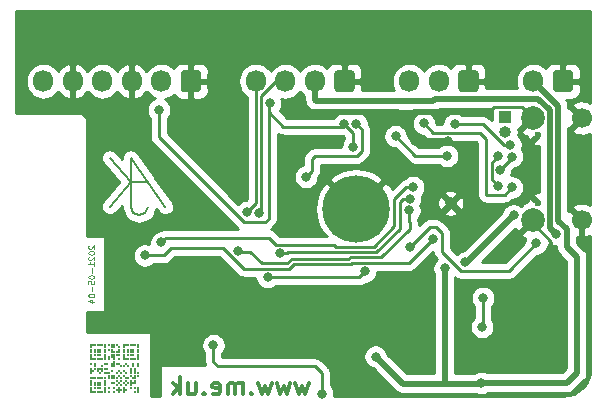
<source format=gbr>
%TF.GenerationSoftware,KiCad,Pcbnew,(5.1.9-0-10_14)*%
%TF.CreationDate,2021-05-05T07:41:40+01:00*%
%TF.ProjectId,Access,41636365-7373-42e6-9b69-6361645f7063,1*%
%TF.SameCoordinates,Original*%
%TF.FileFunction,Copper,L2,Bot*%
%TF.FilePolarity,Positive*%
%FSLAX46Y46*%
G04 Gerber Fmt 4.6, Leading zero omitted, Abs format (unit mm)*
G04 Created by KiCad (PCBNEW (5.1.9-0-10_14)) date 2021-05-05 07:41:40*
%MOMM*%
%LPD*%
G01*
G04 APERTURE LIST*
%TA.AperFunction,NonConductor*%
%ADD10C,0.100000*%
%TD*%
%TA.AperFunction,NonConductor*%
%ADD11C,0.300000*%
%TD*%
%TA.AperFunction,EtchedComponent*%
%ADD12C,0.200000*%
%TD*%
%TA.AperFunction,ComponentPad*%
%ADD13C,0.500000*%
%TD*%
%TA.AperFunction,ComponentPad*%
%ADD14C,5.700000*%
%TD*%
%TA.AperFunction,ComponentPad*%
%ADD15O,1.700000X1.850000*%
%TD*%
%TA.AperFunction,ComponentPad*%
%ADD16C,1.700000*%
%TD*%
%TA.AperFunction,ComponentPad*%
%ADD17C,2.000000*%
%TD*%
%TA.AperFunction,ComponentPad*%
%ADD18C,0.600000*%
%TD*%
%TA.AperFunction,ComponentPad*%
%ADD19O,1.000000X1.000000*%
%TD*%
%TA.AperFunction,ComponentPad*%
%ADD20R,1.000000X1.000000*%
%TD*%
%TA.AperFunction,SMDPad,CuDef*%
%ADD21R,0.200000X0.200000*%
%TD*%
%TA.AperFunction,ComponentPad*%
%ADD22C,1.000000*%
%TD*%
%TA.AperFunction,ViaPad*%
%ADD23C,0.800000*%
%TD*%
%TA.AperFunction,Conductor*%
%ADD24C,0.250000*%
%TD*%
%TA.AperFunction,Conductor*%
%ADD25C,0.500000*%
%TD*%
%TA.AperFunction,Conductor*%
%ADD26C,0.254000*%
%TD*%
%TA.AperFunction,Conductor*%
%ADD27C,0.100000*%
%TD*%
G04 APERTURE END LIST*
D10*
X106873809Y-86571428D02*
X106850000Y-86595238D01*
X106826190Y-86642857D01*
X106826190Y-86761904D01*
X106850000Y-86809523D01*
X106873809Y-86833333D01*
X106921428Y-86857142D01*
X106969047Y-86857142D01*
X107040476Y-86833333D01*
X107326190Y-86547619D01*
X107326190Y-86857142D01*
X106826190Y-87166666D02*
X106826190Y-87214285D01*
X106850000Y-87261904D01*
X106873809Y-87285714D01*
X106921428Y-87309523D01*
X107016666Y-87333333D01*
X107135714Y-87333333D01*
X107230952Y-87309523D01*
X107278571Y-87285714D01*
X107302380Y-87261904D01*
X107326190Y-87214285D01*
X107326190Y-87166666D01*
X107302380Y-87119047D01*
X107278571Y-87095238D01*
X107230952Y-87071428D01*
X107135714Y-87047619D01*
X107016666Y-87047619D01*
X106921428Y-87071428D01*
X106873809Y-87095238D01*
X106850000Y-87119047D01*
X106826190Y-87166666D01*
X106873809Y-87523809D02*
X106850000Y-87547619D01*
X106826190Y-87595238D01*
X106826190Y-87714285D01*
X106850000Y-87761904D01*
X106873809Y-87785714D01*
X106921428Y-87809523D01*
X106969047Y-87809523D01*
X107040476Y-87785714D01*
X107326190Y-87500000D01*
X107326190Y-87809523D01*
X107326190Y-88285714D02*
X107326190Y-88000000D01*
X107326190Y-88142857D02*
X106826190Y-88142857D01*
X106897619Y-88095238D01*
X106945238Y-88047619D01*
X106969047Y-88000000D01*
X107135714Y-88500000D02*
X107135714Y-88880952D01*
X106826190Y-89214285D02*
X106826190Y-89261904D01*
X106850000Y-89309523D01*
X106873809Y-89333333D01*
X106921428Y-89357142D01*
X107016666Y-89380952D01*
X107135714Y-89380952D01*
X107230952Y-89357142D01*
X107278571Y-89333333D01*
X107302380Y-89309523D01*
X107326190Y-89261904D01*
X107326190Y-89214285D01*
X107302380Y-89166666D01*
X107278571Y-89142857D01*
X107230952Y-89119047D01*
X107135714Y-89095238D01*
X107016666Y-89095238D01*
X106921428Y-89119047D01*
X106873809Y-89142857D01*
X106850000Y-89166666D01*
X106826190Y-89214285D01*
X106826190Y-89833333D02*
X106826190Y-89595238D01*
X107064285Y-89571428D01*
X107040476Y-89595238D01*
X107016666Y-89642857D01*
X107016666Y-89761904D01*
X107040476Y-89809523D01*
X107064285Y-89833333D01*
X107111904Y-89857142D01*
X107230952Y-89857142D01*
X107278571Y-89833333D01*
X107302380Y-89809523D01*
X107326190Y-89761904D01*
X107326190Y-89642857D01*
X107302380Y-89595238D01*
X107278571Y-89571428D01*
X107135714Y-90071428D02*
X107135714Y-90452380D01*
X106826190Y-90785714D02*
X106826190Y-90833333D01*
X106850000Y-90880952D01*
X106873809Y-90904761D01*
X106921428Y-90928571D01*
X107016666Y-90952380D01*
X107135714Y-90952380D01*
X107230952Y-90928571D01*
X107278571Y-90904761D01*
X107302380Y-90880952D01*
X107326190Y-90833333D01*
X107326190Y-90785714D01*
X107302380Y-90738095D01*
X107278571Y-90714285D01*
X107230952Y-90690476D01*
X107135714Y-90666666D01*
X107016666Y-90666666D01*
X106921428Y-90690476D01*
X106873809Y-90714285D01*
X106850000Y-90738095D01*
X106826190Y-90785714D01*
X106992857Y-91380952D02*
X107326190Y-91380952D01*
X106802380Y-91261904D02*
X107159523Y-91142857D01*
X107159523Y-91452380D01*
D11*
X125485714Y-98178571D02*
X125200000Y-99178571D01*
X124914285Y-98464285D01*
X124628571Y-99178571D01*
X124342857Y-98178571D01*
X123914285Y-98178571D02*
X123628571Y-99178571D01*
X123342857Y-98464285D01*
X123057142Y-99178571D01*
X122771428Y-98178571D01*
X122342857Y-98178571D02*
X122057142Y-99178571D01*
X121771428Y-98464285D01*
X121485714Y-99178571D01*
X121200000Y-98178571D01*
X120628571Y-99035714D02*
X120557142Y-99107142D01*
X120628571Y-99178571D01*
X120700000Y-99107142D01*
X120628571Y-99035714D01*
X120628571Y-99178571D01*
X119914285Y-99178571D02*
X119914285Y-98178571D01*
X119914285Y-98321428D02*
X119842857Y-98250000D01*
X119700000Y-98178571D01*
X119485714Y-98178571D01*
X119342857Y-98250000D01*
X119271428Y-98392857D01*
X119271428Y-99178571D01*
X119271428Y-98392857D02*
X119200000Y-98250000D01*
X119057142Y-98178571D01*
X118842857Y-98178571D01*
X118700000Y-98250000D01*
X118628571Y-98392857D01*
X118628571Y-99178571D01*
X117342857Y-99107142D02*
X117485714Y-99178571D01*
X117771428Y-99178571D01*
X117914285Y-99107142D01*
X117985714Y-98964285D01*
X117985714Y-98392857D01*
X117914285Y-98250000D01*
X117771428Y-98178571D01*
X117485714Y-98178571D01*
X117342857Y-98250000D01*
X117271428Y-98392857D01*
X117271428Y-98535714D01*
X117985714Y-98678571D01*
X116628571Y-99035714D02*
X116557142Y-99107142D01*
X116628571Y-99178571D01*
X116700000Y-99107142D01*
X116628571Y-99035714D01*
X116628571Y-99178571D01*
X115271428Y-98178571D02*
X115271428Y-99178571D01*
X115914285Y-98178571D02*
X115914285Y-98964285D01*
X115842857Y-99107142D01*
X115700000Y-99178571D01*
X115485714Y-99178571D01*
X115342857Y-99107142D01*
X115271428Y-99035714D01*
X114557142Y-99178571D02*
X114557142Y-97678571D01*
X114414285Y-98607142D02*
X113985714Y-99178571D01*
X113985714Y-98178571D02*
X114557142Y-98750000D01*
D12*
%TO.C,AJK1*%
X113335880Y-83267650D02*
X110394700Y-79150000D01*
X110394700Y-83267650D02*
X110610062Y-83787579D01*
X110394700Y-79150000D02*
X110394700Y-83267650D01*
X111129994Y-84002940D02*
X111649926Y-83787579D01*
X110610062Y-83787579D02*
X111129994Y-84002940D01*
X111649926Y-83787579D02*
X111865288Y-83267650D01*
X110394710Y-81208820D02*
X108630000Y-83267650D01*
X110394700Y-81209000D02*
X111865300Y-81209000D01*
X108630000Y-79150000D02*
X110394710Y-81208820D01*
%TD*%
D13*
%TO.P,H1,1*%
%TO.N,GND*%
X129500000Y-81250000D03*
X127250000Y-83500000D03*
X129500000Y-85750000D03*
X131750000Y-83500000D03*
D14*
X129500000Y-83500000D03*
%TD*%
D15*
%TO.P,J3,3*%
%TO.N,Net-(J3-Pad3)*%
X134000000Y-72650000D03*
%TO.P,J3,2*%
%TO.N,Net-(J3-Pad2)*%
X136500000Y-72650000D03*
%TO.P,J3,1*%
%TO.N,GND*%
%TA.AperFunction,ComponentPad*%
G36*
G01*
X139850000Y-71975000D02*
X139850000Y-73325000D01*
G75*
G02*
X139600000Y-73575000I-250000J0D01*
G01*
X138400000Y-73575000D01*
G75*
G02*
X138150000Y-73325000I0J250000D01*
G01*
X138150000Y-71975000D01*
G75*
G02*
X138400000Y-71725000I250000J0D01*
G01*
X139600000Y-71725000D01*
G75*
G02*
X139850000Y-71975000I0J-250000D01*
G01*
G37*
%TD.AperFunction*%
%TD*%
%TO.P,J2,2*%
%TO.N,+12V*%
X144500000Y-72650000D03*
%TO.P,J2,1*%
%TO.N,GND*%
%TA.AperFunction,ComponentPad*%
G36*
G01*
X147850000Y-71975000D02*
X147850000Y-73325000D01*
G75*
G02*
X147600000Y-73575000I-250000J0D01*
G01*
X146400000Y-73575000D01*
G75*
G02*
X146150000Y-73325000I0J250000D01*
G01*
X146150000Y-71975000D01*
G75*
G02*
X146400000Y-71725000I250000J0D01*
G01*
X147600000Y-71725000D01*
G75*
G02*
X147850000Y-71975000I0J-250000D01*
G01*
G37*
%TD.AperFunction*%
%TD*%
%TO.P,J5,6*%
%TO.N,Net-(J5-Pad6)*%
X103000000Y-72650000D03*
%TO.P,J5,5*%
%TO.N,GND*%
X105500000Y-72650000D03*
%TO.P,J5,4*%
%TO.N,Net-(J5-Pad4)*%
X108000000Y-72650000D03*
%TO.P,J5,3*%
%TO.N,GND*%
X110500000Y-72650000D03*
%TO.P,J5,2*%
%TO.N,Net-(J5-Pad2)*%
X113000000Y-72650000D03*
%TO.P,J5,1*%
%TO.N,GND*%
%TA.AperFunction,ComponentPad*%
G36*
G01*
X116350000Y-71975000D02*
X116350000Y-73325000D01*
G75*
G02*
X116100000Y-73575000I-250000J0D01*
G01*
X114900000Y-73575000D01*
G75*
G02*
X114650000Y-73325000I0J250000D01*
G01*
X114650000Y-71975000D01*
G75*
G02*
X114900000Y-71725000I250000J0D01*
G01*
X116100000Y-71725000D01*
G75*
G02*
X116350000Y-71975000I0J-250000D01*
G01*
G37*
%TD.AperFunction*%
%TD*%
%TO.P,J4,4*%
%TO.N,RFTX*%
X121000000Y-72650000D03*
%TO.P,J4,3*%
%TO.N,RFRX*%
X123500000Y-72650000D03*
%TO.P,J4,2*%
%TO.N,+5V*%
X126000000Y-72650000D03*
%TO.P,J4,1*%
%TO.N,GND*%
%TA.AperFunction,ComponentPad*%
G36*
G01*
X129350000Y-71975000D02*
X129350000Y-73325000D01*
G75*
G02*
X129100000Y-73575000I-250000J0D01*
G01*
X127900000Y-73575000D01*
G75*
G02*
X127650000Y-73325000I0J250000D01*
G01*
X127650000Y-71975000D01*
G75*
G02*
X127900000Y-71725000I250000J0D01*
G01*
X129100000Y-71725000D01*
G75*
G02*
X129350000Y-71975000I0J-250000D01*
G01*
G37*
%TD.AperFunction*%
%TD*%
D16*
%TO.P,J1,S1*%
%TO.N,GND*%
X148605000Y-75775000D03*
X148605000Y-84425000D03*
D17*
X144425000Y-75775000D03*
X144425000Y-84425000D03*
D18*
X144905000Y-77210000D03*
X144905000Y-82990000D03*
%TD*%
D19*
%TO.P,JP1,2*%
%TO.N,Net-(J3-Pad2)*%
X142100000Y-76970000D03*
D20*
%TO.P,JP1,1*%
%TO.N,+12V*%
X142100000Y-75700000D03*
%TD*%
D21*
%TO.P,U7,~*%
%TO.N,N/C*%
X111000000Y-99000000D03*
X110800000Y-99000000D03*
X109800000Y-99000000D03*
X109400000Y-99000000D03*
X109000000Y-99000000D03*
X108600000Y-99000000D03*
X108200000Y-99000000D03*
X108000000Y-99000000D03*
X107800000Y-99000000D03*
X107600000Y-99000000D03*
X107400000Y-99000000D03*
X107200000Y-99000000D03*
X107000000Y-99000000D03*
X111000000Y-98800000D03*
X110000000Y-98800000D03*
X109800000Y-98800000D03*
X109600000Y-98800000D03*
X109400000Y-98800000D03*
X109200000Y-98800000D03*
X108200000Y-98800000D03*
X107000000Y-98800000D03*
X111000000Y-98600000D03*
X110800000Y-98600000D03*
X110400000Y-98600000D03*
X109800000Y-98600000D03*
X109400000Y-98600000D03*
X109000000Y-98600000D03*
X108600000Y-98600000D03*
X108200000Y-98600000D03*
X107800000Y-98600000D03*
X107600000Y-98600000D03*
X107400000Y-98600000D03*
X107000000Y-98600000D03*
X110400000Y-98400000D03*
X110000000Y-98400000D03*
X109600000Y-98400000D03*
X109200000Y-98400000D03*
X108200000Y-98400000D03*
X107800000Y-98400000D03*
X107600000Y-98400000D03*
X107400000Y-98400000D03*
X107000000Y-98400000D03*
X110800000Y-98200000D03*
X110600000Y-98200000D03*
X110400000Y-98200000D03*
X110200000Y-98200000D03*
X109800000Y-98200000D03*
X109400000Y-98200000D03*
X109000000Y-98200000D03*
X108800000Y-98200000D03*
X108200000Y-98200000D03*
X107800000Y-98200000D03*
X107600000Y-98200000D03*
X107400000Y-98200000D03*
X107000000Y-98200000D03*
X110800000Y-98000000D03*
X110400000Y-98000000D03*
X110000000Y-98000000D03*
X109600000Y-98000000D03*
X109200000Y-98000000D03*
X108200000Y-98000000D03*
X107000000Y-98000000D03*
X110800000Y-97800000D03*
X110600000Y-97800000D03*
X110200000Y-97800000D03*
X110000000Y-97800000D03*
X109600000Y-97800000D03*
X109200000Y-97800000D03*
X109000000Y-97800000D03*
X108800000Y-97800000D03*
X108600000Y-97800000D03*
X108200000Y-97800000D03*
X108000000Y-97800000D03*
X107800000Y-97800000D03*
X107600000Y-97800000D03*
X107400000Y-97800000D03*
X107200000Y-97800000D03*
X107000000Y-97800000D03*
X111000000Y-97600000D03*
X110800000Y-97600000D03*
X110400000Y-97600000D03*
X109800000Y-97600000D03*
X109400000Y-97600000D03*
X109000000Y-97600000D03*
X108800000Y-97600000D03*
X108600000Y-97600000D03*
X111000000Y-97400000D03*
X110800000Y-97400000D03*
X110400000Y-97400000D03*
X110000000Y-97400000D03*
X109600000Y-97400000D03*
X109200000Y-97400000D03*
X108600000Y-97400000D03*
X108400000Y-97400000D03*
X108200000Y-97400000D03*
X107800000Y-97400000D03*
X107000000Y-97400000D03*
X110800000Y-97200000D03*
X110400000Y-97200000D03*
X109800000Y-97200000D03*
X109400000Y-97200000D03*
X108800000Y-97200000D03*
X108000000Y-97200000D03*
X107600000Y-97200000D03*
X107200000Y-97200000D03*
X107000000Y-97200000D03*
X110800000Y-97000000D03*
X110400000Y-97000000D03*
X108400000Y-97000000D03*
X108200000Y-97000000D03*
X108000000Y-97000000D03*
X107800000Y-97000000D03*
X107600000Y-97000000D03*
X107400000Y-97000000D03*
X107000000Y-97000000D03*
X111000000Y-96800000D03*
X110600000Y-96800000D03*
X110200000Y-96800000D03*
X109800000Y-96800000D03*
X109600000Y-96800000D03*
X109000000Y-96800000D03*
X108800000Y-96800000D03*
X108000000Y-96800000D03*
X107400000Y-96800000D03*
X111000000Y-96600000D03*
X110600000Y-96600000D03*
X110000000Y-96600000D03*
X109400000Y-96600000D03*
X109200000Y-96600000D03*
X109000000Y-96600000D03*
X108800000Y-96600000D03*
X108400000Y-96600000D03*
X108200000Y-96600000D03*
X107400000Y-96600000D03*
X107000000Y-96600000D03*
X109000000Y-96400000D03*
X111000000Y-96200000D03*
X110800000Y-96200000D03*
X110600000Y-96200000D03*
X110400000Y-96200000D03*
X110200000Y-96200000D03*
X110000000Y-96200000D03*
X109800000Y-96200000D03*
X109400000Y-96200000D03*
X109000000Y-96200000D03*
X108600000Y-96200000D03*
X108200000Y-96200000D03*
X108000000Y-96200000D03*
X107800000Y-96200000D03*
X107600000Y-96200000D03*
X107400000Y-96200000D03*
X107200000Y-96200000D03*
X107000000Y-96200000D03*
X111000000Y-96000000D03*
X109800000Y-96000000D03*
X109000000Y-96000000D03*
X108800000Y-96000000D03*
X108600000Y-96000000D03*
X108200000Y-96000000D03*
X107000000Y-96000000D03*
X111000000Y-95800000D03*
X110600000Y-95800000D03*
X110400000Y-95800000D03*
X110200000Y-95800000D03*
X109800000Y-95800000D03*
X109400000Y-95800000D03*
X109200000Y-95800000D03*
X109000000Y-95800000D03*
X108800000Y-95800000D03*
X108200000Y-95800000D03*
X107800000Y-95800000D03*
X107600000Y-95800000D03*
X107400000Y-95800000D03*
X107000000Y-95800000D03*
X111000000Y-95600000D03*
X110600000Y-95600000D03*
X110400000Y-95600000D03*
X110200000Y-95600000D03*
X109800000Y-95600000D03*
X109400000Y-95600000D03*
X109200000Y-95600000D03*
X109000000Y-95600000D03*
X108800000Y-95600000D03*
X108200000Y-95600000D03*
X107800000Y-95600000D03*
X107600000Y-95600000D03*
X107400000Y-95600000D03*
X107000000Y-95600000D03*
X111000000Y-95400000D03*
X110600000Y-95400000D03*
X110400000Y-95400000D03*
X110200000Y-95400000D03*
X109800000Y-95400000D03*
X109400000Y-95400000D03*
X108800000Y-95400000D03*
X108600000Y-95400000D03*
X108200000Y-95400000D03*
X107800000Y-95400000D03*
X107600000Y-95400000D03*
X107400000Y-95400000D03*
X107000000Y-95400000D03*
X111000000Y-95200000D03*
X109800000Y-95200000D03*
X109400000Y-95200000D03*
X109000000Y-95200000D03*
X108800000Y-95200000D03*
X108200000Y-95200000D03*
X107000000Y-95200000D03*
X111000000Y-95000000D03*
X110800000Y-95000000D03*
X110600000Y-95000000D03*
X110400000Y-95000000D03*
X110200000Y-95000000D03*
X110000000Y-95000000D03*
X109800000Y-95000000D03*
X109200000Y-95000000D03*
X109000000Y-95000000D03*
X108800000Y-95000000D03*
X108600000Y-95000000D03*
X108200000Y-95000000D03*
X108000000Y-95000000D03*
X107800000Y-95000000D03*
X107600000Y-95000000D03*
X107400000Y-95000000D03*
X107200000Y-95000000D03*
X107000000Y-95000000D03*
%TD*%
D22*
%TO.P,U6,21*%
%TO.N,GND*%
X137500000Y-83000000D03*
%TD*%
D23*
%TO.N,+3V3*%
X117400000Y-95000000D03*
X126600000Y-99100000D03*
X122175021Y-74508180D03*
X128500000Y-76250000D03*
X129250000Y-78250000D03*
X112793628Y-75075031D03*
%TO.N,VBUS*%
X142825031Y-84007959D03*
X138737340Y-87987340D03*
%TO.N,GND*%
X137250000Y-77750000D03*
X134500000Y-77750000D03*
X123750000Y-74750000D03*
%TO.N,RFTX*%
X120225010Y-83737340D03*
%TO.N,RFRX*%
X121300000Y-83800000D03*
%TO.N,+5V*%
X146401048Y-85598952D03*
%TO.N,Net-(Q1-Pad1)*%
X144758316Y-86385653D03*
X134045424Y-86660864D03*
%TO.N,Net-(R1-Pad1)*%
X132825303Y-77302409D03*
X137200958Y-78976278D03*
%TO.N,OUT1*%
X129500000Y-76250000D03*
X125250000Y-80750000D03*
%TO.N,SHDN*%
X130250000Y-88750044D03*
X122000000Y-89250000D03*
%TO.N,O*%
X111600000Y-87400000D03*
X136024990Y-85981508D03*
%TO.N,I*%
X113000000Y-86300000D03*
X134304954Y-81629703D03*
%TO.N,CBUS0*%
X123048625Y-87226056D03*
X134030996Y-82600469D03*
%TO.N,EN*%
X119500000Y-87000000D03*
X134000000Y-83600000D03*
%TO.N,+12V*%
X140100000Y-98200000D03*
X131132868Y-95967447D03*
X136974978Y-88500000D03*
%TO.N,Net-(J1-PadA7)*%
X141500000Y-81500000D03*
X141500000Y-79000000D03*
%TO.N,Net-(J1-PadA6)*%
X141675021Y-80149950D03*
X142666543Y-79043161D03*
%TO.N,Net-(J1-PadA5)*%
X142667755Y-81642447D03*
X135225010Y-76225010D03*
%TO.N,Net-(J1-PadB5)*%
X142545331Y-78050534D03*
X137826079Y-76299988D03*
%TO.N,Net-(Q1-Pad3)*%
X140244998Y-91000000D03*
X140161012Y-93465847D03*
%TD*%
D24*
%TO.N,+3V3*%
X117400000Y-96400000D02*
X117400000Y-95000000D01*
X117800000Y-96800000D02*
X117400000Y-96400000D01*
X126600000Y-97400000D02*
X126000000Y-96800000D01*
X126000000Y-96800000D02*
X117800000Y-96800000D01*
X126600000Y-99100000D02*
X126600000Y-97400000D01*
X122100000Y-75265746D02*
X122100000Y-74583201D01*
X122100000Y-74583201D02*
X122175021Y-74508180D01*
X128250000Y-76500000D02*
X128500000Y-76250000D01*
X125500000Y-76500000D02*
X128250000Y-76500000D01*
X122100000Y-75265746D02*
X123334254Y-76500000D01*
X123334254Y-76500000D02*
X125500000Y-76500000D01*
X128500000Y-76250000D02*
X128500000Y-76300000D01*
X129250000Y-77050000D02*
X129250000Y-78250000D01*
X128500000Y-76300000D02*
X129250000Y-77050000D01*
X120000000Y-84600000D02*
X112793628Y-77393628D01*
X122100000Y-84300000D02*
X121800000Y-84600000D01*
X112793628Y-77393628D02*
X112793628Y-75075031D01*
X122100000Y-75265746D02*
X122100000Y-84300000D01*
X121800000Y-84600000D02*
X120000000Y-84600000D01*
D25*
%TO.N,VBUS*%
X138750000Y-88000000D02*
X138750000Y-88000000D01*
X138737500Y-88000000D02*
X138737500Y-87987500D01*
X138737500Y-87987500D02*
X138737340Y-87987340D01*
X142825031Y-84007959D02*
X138845650Y-87987340D01*
X138845650Y-87987340D02*
X138737340Y-87987340D01*
%TO.N,GND*%
X148605000Y-84425000D02*
X148605000Y-86295000D01*
D24*
X144425000Y-84675000D02*
X146000000Y-86250000D01*
X146000000Y-86250000D02*
X146000000Y-91250000D01*
D25*
X129500000Y-83500000D02*
X132000000Y-81000000D01*
X132000000Y-81000000D02*
X132000000Y-79500000D01*
X132000000Y-79500000D02*
X132000000Y-79250000D01*
X132000000Y-79250000D02*
X131250000Y-78500000D01*
X131250000Y-78500000D02*
X131250000Y-76250000D01*
X131250000Y-76250000D02*
X131750000Y-75750000D01*
X131750000Y-75750000D02*
X133500000Y-75750000D01*
X133500000Y-75750000D02*
X134000000Y-76250000D01*
X134000000Y-76250000D02*
X134000000Y-76750000D01*
X135000000Y-77750000D02*
X137250000Y-77750000D01*
X134000000Y-76750000D02*
X135000000Y-77750000D01*
D24*
X134500000Y-77750000D02*
X137250000Y-77750000D01*
D25*
X123750000Y-74750000D02*
X123750000Y-74500000D01*
X123750000Y-74500000D02*
X124500000Y-75250000D01*
X124500000Y-75250000D02*
X133000000Y-75250000D01*
X134400000Y-75300000D02*
X133725000Y-75975000D01*
X140700000Y-75300000D02*
X134400000Y-75300000D01*
X133725000Y-75975000D02*
X134000000Y-76250000D01*
X133000000Y-75250000D02*
X133725000Y-75975000D01*
D24*
X141125001Y-74874999D02*
X140700000Y-75300000D01*
X143524999Y-74874999D02*
X141125001Y-74874999D01*
X144425000Y-75775000D02*
X143524999Y-74874999D01*
%TO.N,RFTX*%
X121000000Y-72650000D02*
X121000000Y-82962350D01*
X120481175Y-83481175D02*
X120225010Y-83737340D01*
X121000000Y-82962350D02*
X120481175Y-83481175D01*
%TO.N,RFRX*%
X121450011Y-83649989D02*
X121300000Y-83800000D01*
X122736715Y-72650000D02*
X121450011Y-73936704D01*
X123500000Y-72650000D02*
X122736715Y-72650000D01*
X121450011Y-73936704D02*
X121450011Y-83649989D01*
D25*
%TO.N,+5V*%
X145875001Y-85072905D02*
X146401048Y-85598952D01*
X135975001Y-74324999D02*
X136175011Y-74124989D01*
X145875001Y-75078998D02*
X145875001Y-85072905D01*
X136175011Y-74124989D02*
X144920992Y-74124989D01*
X126099999Y-74324999D02*
X135975001Y-74324999D01*
X144920992Y-74124989D02*
X145875001Y-75078998D01*
X126000000Y-74225000D02*
X126099999Y-74324999D01*
X126000000Y-72650000D02*
X126000000Y-74225000D01*
D24*
%TO.N,Net-(Q1-Pad1)*%
X138389498Y-88725002D02*
X136750000Y-87085504D01*
X136750000Y-87085504D02*
X136750000Y-85500000D01*
X144758316Y-86385653D02*
X142418967Y-88725002D01*
X142418967Y-88725002D02*
X138389498Y-88725002D01*
X136250000Y-85000000D02*
X135706288Y-85000000D01*
X136750000Y-85500000D02*
X136250000Y-85000000D01*
X135706288Y-85000000D02*
X134045424Y-86660864D01*
%TO.N,Net-(R1-Pad1)*%
X132825303Y-77302409D02*
X134499172Y-78976278D01*
X134499172Y-78976278D02*
X137200958Y-78976278D01*
%TO.N,OUT1*%
X129975001Y-78598001D02*
X129975001Y-76725001D01*
X129598001Y-78975001D02*
X129975001Y-78598001D01*
X129975001Y-76725001D02*
X129500000Y-76250000D01*
X126024999Y-78975001D02*
X129598001Y-78975001D01*
X125750000Y-79250000D02*
X126024999Y-78975001D01*
X125750000Y-80250000D02*
X125750000Y-80000000D01*
X125250000Y-80750000D02*
X125750000Y-80250000D01*
X125750000Y-80000000D02*
X125750000Y-79250000D01*
%TO.N,SHDN*%
X129750044Y-89250000D02*
X130250000Y-88750044D01*
X122000000Y-89250000D02*
X129750044Y-89250000D01*
%TO.N,O*%
X111600000Y-87400000D02*
X113200000Y-87400000D01*
X113200000Y-87400000D02*
X113800000Y-86800000D01*
X113800000Y-86800000D02*
X118226996Y-86800000D01*
X118226996Y-86800000D02*
X119951995Y-88524999D01*
X124186399Y-88150011D02*
X129026985Y-88150011D01*
X119951995Y-88524999D02*
X123811411Y-88524999D01*
X123811411Y-88524999D02*
X124186399Y-88150011D01*
X133981464Y-88025034D02*
X136024990Y-85981508D01*
X129026985Y-88150011D02*
X129151962Y-88025034D01*
X129151962Y-88025034D02*
X133981464Y-88025034D01*
%TO.N,I*%
X133739269Y-81629703D02*
X134304954Y-81629703D01*
X127775999Y-86675001D02*
X130979357Y-86675001D01*
X132724988Y-82643984D02*
X133739269Y-81629703D01*
X130979357Y-86675001D02*
X132724988Y-84929370D01*
X122099570Y-85900001D02*
X122700624Y-86501055D01*
X122700624Y-86501055D02*
X127602053Y-86501055D01*
X113000000Y-86300000D02*
X113399999Y-85900001D01*
X127602053Y-86501055D02*
X127775999Y-86675001D01*
X132724988Y-84929370D02*
X132724988Y-82643984D01*
X113399999Y-85900001D02*
X122099570Y-85900001D01*
%TO.N,CBUS0*%
X133174999Y-85160414D02*
X133174999Y-82890781D01*
X123048625Y-87226056D02*
X123614310Y-87226056D01*
X131210401Y-87125012D02*
X133174999Y-85160414D01*
X133465311Y-82600469D02*
X134030996Y-82600469D01*
X123715354Y-87125012D02*
X131210401Y-87125012D01*
X133174999Y-82890781D02*
X133465311Y-82600469D01*
X123614310Y-87226056D02*
X123715354Y-87125012D01*
%TO.N,EN*%
X134015745Y-85142316D02*
X131583038Y-87575023D01*
X121478673Y-88074988D02*
X120493195Y-87089510D01*
X128965562Y-87575023D02*
X128865562Y-87675023D01*
X124024976Y-87675023D02*
X123625011Y-88074988D01*
X128865562Y-87675023D02*
X124024976Y-87675023D01*
X134015745Y-84576631D02*
X134015745Y-85142316D01*
X131583038Y-87575023D02*
X128965562Y-87575023D01*
X123625011Y-88074988D02*
X121478673Y-88074988D01*
X120493195Y-87089510D02*
X119589510Y-87089510D01*
X119589510Y-87089510D02*
X119500000Y-87000000D01*
X134000000Y-84560886D02*
X134015745Y-84576631D01*
X134000000Y-83600000D02*
X134000000Y-84560886D01*
D25*
%TO.N,+12V*%
X136974978Y-88500000D02*
X136974978Y-97224978D01*
X136974978Y-97224978D02*
X137000000Y-97250000D01*
X131132868Y-95967447D02*
X133415421Y-98250000D01*
X140050000Y-98250000D02*
X140100000Y-98200000D01*
X137000000Y-97250000D02*
X137000000Y-98250000D01*
X137000000Y-98250000D02*
X140050000Y-98250000D01*
X133415421Y-98250000D02*
X137000000Y-98250000D01*
X148179999Y-97320001D02*
X147300000Y-98200000D01*
X148179999Y-87570001D02*
X148179999Y-97320001D01*
X147304999Y-85195001D02*
X147304999Y-86695001D01*
X147304999Y-86695001D02*
X148179999Y-87570001D01*
X146575012Y-84465014D02*
X147304999Y-85195001D01*
X146575012Y-74725012D02*
X146575012Y-84465014D01*
X147300000Y-98200000D02*
X140100000Y-98200000D01*
X144500000Y-72650000D02*
X146575012Y-74725012D01*
D24*
%TO.N,Net-(J1-PadA7)*%
X141500000Y-79000000D02*
X140950011Y-79549989D01*
X140950011Y-80950011D02*
X141500000Y-81500000D01*
X140950011Y-79549989D02*
X140950011Y-80950011D01*
%TO.N,Net-(J1-PadA6)*%
X141675021Y-80149950D02*
X142666543Y-79158428D01*
X142666543Y-79158428D02*
X142666543Y-79043161D01*
%TO.N,Net-(J1-PadA5)*%
X140500000Y-77549996D02*
X139975002Y-77024998D01*
X142667755Y-81642447D02*
X142060202Y-82250000D01*
X139975002Y-77024998D02*
X136024998Y-77024998D01*
X142060202Y-82250000D02*
X140500000Y-82250000D01*
X140500000Y-82250000D02*
X140500000Y-77549996D01*
X136024998Y-77024998D02*
X135225010Y-76225010D01*
%TO.N,Net-(J1-PadB5)*%
X140229100Y-76299988D02*
X141979646Y-78050534D01*
X141979646Y-78050534D02*
X142545331Y-78050534D01*
X137826079Y-76299988D02*
X140229100Y-76299988D01*
%TO.N,Net-(Q1-Pad3)*%
X140244998Y-93381861D02*
X140161012Y-93465847D01*
X140244998Y-91000000D02*
X140244998Y-93381861D01*
%TD*%
D26*
%TO.N,GND*%
X149315000Y-74468367D02*
X149112117Y-74371629D01*
X148828589Y-74299661D01*
X148536469Y-74284389D01*
X148246981Y-74326401D01*
X147971253Y-74424081D01*
X147833843Y-74497528D01*
X147756208Y-74746603D01*
X148605000Y-75595395D01*
X148619143Y-75581253D01*
X148798748Y-75760858D01*
X148784605Y-75775000D01*
X148798748Y-75789143D01*
X148619143Y-75968748D01*
X148605000Y-75954605D01*
X147756208Y-76803397D01*
X147833843Y-77052472D01*
X148097883Y-77178371D01*
X148381411Y-77250339D01*
X148673531Y-77265611D01*
X148963019Y-77223599D01*
X149238747Y-77125919D01*
X149315000Y-77085161D01*
X149315001Y-83118368D01*
X149112117Y-83021629D01*
X148828589Y-82949661D01*
X148536469Y-82934389D01*
X148246981Y-82976401D01*
X147971253Y-83074081D01*
X147833843Y-83147528D01*
X147756208Y-83396603D01*
X148605000Y-84245395D01*
X148619143Y-84231253D01*
X148798748Y-84410858D01*
X148784605Y-84425000D01*
X148798748Y-84439143D01*
X148619143Y-84618748D01*
X148605000Y-84604605D01*
X148590858Y-84618748D01*
X148411253Y-84439143D01*
X148425395Y-84425000D01*
X147576603Y-83576208D01*
X147460012Y-83612549D01*
X147460012Y-76587451D01*
X147576603Y-76623792D01*
X148425395Y-75775000D01*
X147576603Y-74926208D01*
X147460012Y-74962549D01*
X147460012Y-74768477D01*
X147464293Y-74725011D01*
X147460012Y-74681545D01*
X147460012Y-74681535D01*
X147447207Y-74551522D01*
X147396601Y-74384699D01*
X147314423Y-74230953D01*
X147297279Y-74210063D01*
X147850000Y-74213072D01*
X147974482Y-74200812D01*
X148094180Y-74164502D01*
X148204494Y-74105537D01*
X148301185Y-74026185D01*
X148380537Y-73929494D01*
X148439502Y-73819180D01*
X148475812Y-73699482D01*
X148488072Y-73575000D01*
X148485000Y-72935750D01*
X148326250Y-72777000D01*
X147127000Y-72777000D01*
X147127000Y-72797000D01*
X146873000Y-72797000D01*
X146873000Y-72777000D01*
X146853000Y-72777000D01*
X146853000Y-72523000D01*
X146873000Y-72523000D01*
X146873000Y-71248750D01*
X147127000Y-71248750D01*
X147127000Y-72523000D01*
X148326250Y-72523000D01*
X148485000Y-72364250D01*
X148488072Y-71725000D01*
X148475812Y-71600518D01*
X148439502Y-71480820D01*
X148380537Y-71370506D01*
X148301185Y-71273815D01*
X148204494Y-71194463D01*
X148094180Y-71135498D01*
X147974482Y-71099188D01*
X147850000Y-71086928D01*
X147285750Y-71090000D01*
X147127000Y-71248750D01*
X146873000Y-71248750D01*
X146714250Y-71090000D01*
X146150000Y-71086928D01*
X146025518Y-71099188D01*
X145905820Y-71135498D01*
X145795506Y-71194463D01*
X145698815Y-71273815D01*
X145619463Y-71370506D01*
X145560498Y-71480820D01*
X145549945Y-71515608D01*
X145329014Y-71334294D01*
X145071034Y-71196401D01*
X144791111Y-71111487D01*
X144500000Y-71082815D01*
X144208890Y-71111487D01*
X143928967Y-71196401D01*
X143670987Y-71334294D01*
X143444866Y-71519866D01*
X143259294Y-71745986D01*
X143121401Y-72003966D01*
X143036487Y-72283889D01*
X143015000Y-72502050D01*
X143015000Y-72797949D01*
X143036487Y-73016110D01*
X143104400Y-73239989D01*
X140486462Y-73239989D01*
X140485000Y-72935750D01*
X140326250Y-72777000D01*
X139127000Y-72777000D01*
X139127000Y-72797000D01*
X138873000Y-72797000D01*
X138873000Y-72777000D01*
X138853000Y-72777000D01*
X138853000Y-72523000D01*
X138873000Y-72523000D01*
X138873000Y-71248750D01*
X139127000Y-71248750D01*
X139127000Y-72523000D01*
X140326250Y-72523000D01*
X140485000Y-72364250D01*
X140488072Y-71725000D01*
X140475812Y-71600518D01*
X140439502Y-71480820D01*
X140380537Y-71370506D01*
X140301185Y-71273815D01*
X140204494Y-71194463D01*
X140094180Y-71135498D01*
X139974482Y-71099188D01*
X139850000Y-71086928D01*
X139285750Y-71090000D01*
X139127000Y-71248750D01*
X138873000Y-71248750D01*
X138714250Y-71090000D01*
X138150000Y-71086928D01*
X138025518Y-71099188D01*
X137905820Y-71135498D01*
X137795506Y-71194463D01*
X137698815Y-71273815D01*
X137619463Y-71370506D01*
X137560498Y-71480820D01*
X137549945Y-71515608D01*
X137329014Y-71334294D01*
X137071034Y-71196401D01*
X136791111Y-71111487D01*
X136500000Y-71082815D01*
X136208890Y-71111487D01*
X135928967Y-71196401D01*
X135670987Y-71334294D01*
X135444866Y-71519866D01*
X135259294Y-71745986D01*
X135250000Y-71763374D01*
X135240706Y-71745987D01*
X135055134Y-71519866D01*
X134829014Y-71334294D01*
X134571034Y-71196401D01*
X134291111Y-71111487D01*
X134000000Y-71082815D01*
X133708890Y-71111487D01*
X133428967Y-71196401D01*
X133170987Y-71334294D01*
X132944866Y-71519866D01*
X132759294Y-71745986D01*
X132621401Y-72003966D01*
X132536487Y-72283889D01*
X132515000Y-72502050D01*
X132515000Y-72797949D01*
X132536487Y-73016110D01*
X132621401Y-73296033D01*
X132698352Y-73439999D01*
X129987423Y-73439999D01*
X129985000Y-72935750D01*
X129826250Y-72777000D01*
X128627000Y-72777000D01*
X128627000Y-72797000D01*
X128373000Y-72797000D01*
X128373000Y-72777000D01*
X128353000Y-72777000D01*
X128353000Y-72523000D01*
X128373000Y-72523000D01*
X128373000Y-71248750D01*
X128627000Y-71248750D01*
X128627000Y-72523000D01*
X129826250Y-72523000D01*
X129985000Y-72364250D01*
X129988072Y-71725000D01*
X129975812Y-71600518D01*
X129939502Y-71480820D01*
X129880537Y-71370506D01*
X129801185Y-71273815D01*
X129704494Y-71194463D01*
X129594180Y-71135498D01*
X129474482Y-71099188D01*
X129350000Y-71086928D01*
X128785750Y-71090000D01*
X128627000Y-71248750D01*
X128373000Y-71248750D01*
X128214250Y-71090000D01*
X127650000Y-71086928D01*
X127525518Y-71099188D01*
X127405820Y-71135498D01*
X127295506Y-71194463D01*
X127198815Y-71273815D01*
X127119463Y-71370506D01*
X127060498Y-71480820D01*
X127049945Y-71515608D01*
X126829014Y-71334294D01*
X126571034Y-71196401D01*
X126291111Y-71111487D01*
X126000000Y-71082815D01*
X125708890Y-71111487D01*
X125428967Y-71196401D01*
X125170987Y-71334294D01*
X124944866Y-71519866D01*
X124759294Y-71745986D01*
X124750000Y-71763374D01*
X124740706Y-71745987D01*
X124555134Y-71519866D01*
X124329014Y-71334294D01*
X124071034Y-71196401D01*
X123791111Y-71111487D01*
X123500000Y-71082815D01*
X123208890Y-71111487D01*
X122928967Y-71196401D01*
X122670987Y-71334294D01*
X122444866Y-71519866D01*
X122259294Y-71745986D01*
X122250000Y-71763374D01*
X122240706Y-71745987D01*
X122055134Y-71519866D01*
X121829014Y-71334294D01*
X121571034Y-71196401D01*
X121291111Y-71111487D01*
X121000000Y-71082815D01*
X120708890Y-71111487D01*
X120428967Y-71196401D01*
X120170987Y-71334294D01*
X119944866Y-71519866D01*
X119759294Y-71745986D01*
X119621401Y-72003966D01*
X119536487Y-72283889D01*
X119515000Y-72502050D01*
X119515000Y-72797949D01*
X119536487Y-73016110D01*
X119621401Y-73296033D01*
X119759294Y-73554013D01*
X119944866Y-73780134D01*
X120170986Y-73965706D01*
X120240000Y-74002595D01*
X120240001Y-82647547D01*
X120185209Y-82702340D01*
X120123071Y-82702340D01*
X119923112Y-82742114D01*
X119734754Y-82820135D01*
X119565236Y-82933403D01*
X119486720Y-83011919D01*
X113553628Y-77078827D01*
X113553628Y-75778742D01*
X113597565Y-75734805D01*
X113710833Y-75565287D01*
X113788854Y-75376929D01*
X113828628Y-75176970D01*
X113828628Y-74973092D01*
X113788854Y-74773133D01*
X113710833Y-74584775D01*
X113597565Y-74415257D01*
X113453402Y-74271094D01*
X113317727Y-74180439D01*
X113571033Y-74103599D01*
X113829013Y-73965706D01*
X114049945Y-73784392D01*
X114060498Y-73819180D01*
X114119463Y-73929494D01*
X114198815Y-74026185D01*
X114295506Y-74105537D01*
X114405820Y-74164502D01*
X114525518Y-74200812D01*
X114650000Y-74213072D01*
X115214250Y-74210000D01*
X115373000Y-74051250D01*
X115373000Y-72777000D01*
X115627000Y-72777000D01*
X115627000Y-74051250D01*
X115785750Y-74210000D01*
X116350000Y-74213072D01*
X116474482Y-74200812D01*
X116594180Y-74164502D01*
X116704494Y-74105537D01*
X116801185Y-74026185D01*
X116880537Y-73929494D01*
X116939502Y-73819180D01*
X116975812Y-73699482D01*
X116988072Y-73575000D01*
X116985000Y-72935750D01*
X116826250Y-72777000D01*
X115627000Y-72777000D01*
X115373000Y-72777000D01*
X115353000Y-72777000D01*
X115353000Y-72523000D01*
X115373000Y-72523000D01*
X115373000Y-71248750D01*
X115627000Y-71248750D01*
X115627000Y-72523000D01*
X116826250Y-72523000D01*
X116985000Y-72364250D01*
X116988072Y-71725000D01*
X116975812Y-71600518D01*
X116939502Y-71480820D01*
X116880537Y-71370506D01*
X116801185Y-71273815D01*
X116704494Y-71194463D01*
X116594180Y-71135498D01*
X116474482Y-71099188D01*
X116350000Y-71086928D01*
X115785750Y-71090000D01*
X115627000Y-71248750D01*
X115373000Y-71248750D01*
X115214250Y-71090000D01*
X114650000Y-71086928D01*
X114525518Y-71099188D01*
X114405820Y-71135498D01*
X114295506Y-71194463D01*
X114198815Y-71273815D01*
X114119463Y-71370506D01*
X114060498Y-71480820D01*
X114049945Y-71515608D01*
X113829014Y-71334294D01*
X113571034Y-71196401D01*
X113291111Y-71111487D01*
X113000000Y-71082815D01*
X112708890Y-71111487D01*
X112428967Y-71196401D01*
X112170987Y-71334294D01*
X111944866Y-71519866D01*
X111759294Y-71745986D01*
X111745504Y-71771786D01*
X111737106Y-71755914D01*
X111553540Y-71530305D01*
X111329487Y-71344843D01*
X111073557Y-71206655D01*
X110856890Y-71133524D01*
X110627000Y-71254845D01*
X110627000Y-72523000D01*
X110647000Y-72523000D01*
X110647000Y-72777000D01*
X110627000Y-72777000D01*
X110627000Y-74045155D01*
X110856890Y-74166476D01*
X111073557Y-74093345D01*
X111329487Y-73955157D01*
X111553540Y-73769695D01*
X111737106Y-73544086D01*
X111745504Y-73528214D01*
X111759294Y-73554013D01*
X111944866Y-73780134D01*
X112170986Y-73965706D01*
X112428966Y-74103599D01*
X112432037Y-74104531D01*
X112303372Y-74157826D01*
X112133854Y-74271094D01*
X111989691Y-74415257D01*
X111876423Y-74584775D01*
X111798402Y-74773133D01*
X111758628Y-74973092D01*
X111758628Y-75176970D01*
X111798402Y-75376929D01*
X111876423Y-75565287D01*
X111989691Y-75734805D01*
X112033629Y-75778743D01*
X112033628Y-77356305D01*
X112029952Y-77393628D01*
X112033628Y-77430950D01*
X112033628Y-77430960D01*
X112044625Y-77542613D01*
X112066219Y-77613799D01*
X112088082Y-77685874D01*
X112158654Y-77817904D01*
X112186318Y-77851612D01*
X112253627Y-77933629D01*
X112282631Y-77957432D01*
X119436201Y-85111003D01*
X119459999Y-85140001D01*
X113437321Y-85140001D01*
X113399998Y-85136325D01*
X113362676Y-85140001D01*
X113362666Y-85140001D01*
X113251013Y-85150998D01*
X113107752Y-85194455D01*
X112975774Y-85265000D01*
X112898061Y-85265000D01*
X112698102Y-85304774D01*
X112509744Y-85382795D01*
X112340226Y-85496063D01*
X112196063Y-85640226D01*
X112082795Y-85809744D01*
X112004774Y-85998102D01*
X111965000Y-86198061D01*
X111965000Y-86401939D01*
X111971280Y-86433513D01*
X111901898Y-86404774D01*
X111701939Y-86365000D01*
X111498061Y-86365000D01*
X111298102Y-86404774D01*
X111109744Y-86482795D01*
X110940226Y-86596063D01*
X110796063Y-86740226D01*
X110682795Y-86909744D01*
X110604774Y-87098102D01*
X110565000Y-87298061D01*
X110565000Y-87501939D01*
X110604774Y-87701898D01*
X110682795Y-87890256D01*
X110796063Y-88059774D01*
X110940226Y-88203937D01*
X111109744Y-88317205D01*
X111298102Y-88395226D01*
X111498061Y-88435000D01*
X111701939Y-88435000D01*
X111901898Y-88395226D01*
X112090256Y-88317205D01*
X112259774Y-88203937D01*
X112303711Y-88160000D01*
X113162678Y-88160000D01*
X113200000Y-88163676D01*
X113237322Y-88160000D01*
X113237333Y-88160000D01*
X113348986Y-88149003D01*
X113492247Y-88105546D01*
X113624276Y-88034974D01*
X113740001Y-87940001D01*
X113763803Y-87910998D01*
X114114802Y-87560000D01*
X117912195Y-87560000D01*
X119388196Y-89036002D01*
X119411994Y-89065000D01*
X119440992Y-89088798D01*
X119527718Y-89159973D01*
X119659748Y-89230545D01*
X119803009Y-89274002D01*
X119914662Y-89284999D01*
X119914672Y-89284999D01*
X119951995Y-89288675D01*
X119989317Y-89284999D01*
X120965000Y-89284999D01*
X120965000Y-89351939D01*
X121004774Y-89551898D01*
X121082795Y-89740256D01*
X121196063Y-89909774D01*
X121340226Y-90053937D01*
X121509744Y-90167205D01*
X121698102Y-90245226D01*
X121898061Y-90285000D01*
X122101939Y-90285000D01*
X122301898Y-90245226D01*
X122490256Y-90167205D01*
X122659774Y-90053937D01*
X122703711Y-90010000D01*
X129712722Y-90010000D01*
X129750044Y-90013676D01*
X129787366Y-90010000D01*
X129787377Y-90010000D01*
X129899030Y-89999003D01*
X130042291Y-89955546D01*
X130174320Y-89884974D01*
X130290045Y-89790001D01*
X130294113Y-89785044D01*
X130351939Y-89785044D01*
X130551898Y-89745270D01*
X130740256Y-89667249D01*
X130909774Y-89553981D01*
X131053937Y-89409818D01*
X131167205Y-89240300D01*
X131245226Y-89051942D01*
X131285000Y-88851983D01*
X131285000Y-88785034D01*
X133944142Y-88785034D01*
X133981464Y-88788710D01*
X134018786Y-88785034D01*
X134018797Y-88785034D01*
X134130450Y-88774037D01*
X134273711Y-88730580D01*
X134405740Y-88660008D01*
X134521465Y-88565035D01*
X134545268Y-88536031D01*
X135987173Y-87094126D01*
X135990000Y-87122826D01*
X135990000Y-87122836D01*
X136000997Y-87234489D01*
X136030215Y-87330808D01*
X136044454Y-87377750D01*
X136115026Y-87509780D01*
X136135713Y-87534987D01*
X136209999Y-87625505D01*
X136239003Y-87649308D01*
X136300481Y-87710786D01*
X136171041Y-87840226D01*
X136057773Y-88009744D01*
X135979752Y-88198102D01*
X135939978Y-88398061D01*
X135939978Y-88601939D01*
X135979752Y-88801898D01*
X136057773Y-88990256D01*
X136089978Y-89038454D01*
X136089979Y-97181499D01*
X136085697Y-97224978D01*
X136099487Y-97365000D01*
X133782000Y-97365000D01*
X132139403Y-95722404D01*
X132128094Y-95665549D01*
X132050073Y-95477191D01*
X131936805Y-95307673D01*
X131792642Y-95163510D01*
X131623124Y-95050242D01*
X131434766Y-94972221D01*
X131234807Y-94932447D01*
X131030929Y-94932447D01*
X130830970Y-94972221D01*
X130642612Y-95050242D01*
X130473094Y-95163510D01*
X130328931Y-95307673D01*
X130215663Y-95477191D01*
X130137642Y-95665549D01*
X130097868Y-95865508D01*
X130097868Y-96069386D01*
X130137642Y-96269345D01*
X130215663Y-96457703D01*
X130328931Y-96627221D01*
X130473094Y-96771384D01*
X130642612Y-96884652D01*
X130830970Y-96962673D01*
X130887825Y-96973982D01*
X132758891Y-98845049D01*
X132786604Y-98878817D01*
X132820372Y-98906530D01*
X132820374Y-98906532D01*
X132860436Y-98939410D01*
X132921362Y-98989411D01*
X133075108Y-99071589D01*
X133241931Y-99122195D01*
X133371944Y-99135000D01*
X133371954Y-99135000D01*
X133415420Y-99139281D01*
X133458886Y-99135000D01*
X136956524Y-99135000D01*
X137000000Y-99139282D01*
X137043477Y-99135000D01*
X139652705Y-99135000D01*
X139798102Y-99195226D01*
X139998061Y-99235000D01*
X140201939Y-99235000D01*
X140401898Y-99195226D01*
X140590256Y-99117205D01*
X140638454Y-99085000D01*
X147256531Y-99085000D01*
X147300000Y-99089281D01*
X147343469Y-99085000D01*
X147343477Y-99085000D01*
X147473490Y-99072195D01*
X147640313Y-99021589D01*
X147794059Y-98939411D01*
X147928817Y-98828817D01*
X147956534Y-98795044D01*
X148775048Y-97976531D01*
X148808816Y-97948818D01*
X148838454Y-97912705D01*
X148919410Y-97814060D01*
X149001588Y-97660315D01*
X149052194Y-97493491D01*
X149055391Y-97461029D01*
X149064999Y-97363478D01*
X149064999Y-97363470D01*
X149069280Y-97320001D01*
X149064999Y-97276532D01*
X149064999Y-87613470D01*
X149069280Y-87570001D01*
X149064999Y-87526532D01*
X149064999Y-87526524D01*
X149052194Y-87396511D01*
X149001588Y-87229688D01*
X148919410Y-87075942D01*
X148909627Y-87064021D01*
X148836531Y-86974954D01*
X148836529Y-86974952D01*
X148808816Y-86941184D01*
X148775049Y-86913472D01*
X148189999Y-86328423D01*
X148189999Y-85851753D01*
X148381411Y-85900339D01*
X148673531Y-85915611D01*
X148963019Y-85873599D01*
X149238747Y-85775919D01*
X149315001Y-85735161D01*
X149315001Y-96966485D01*
X149267688Y-97449016D01*
X149137287Y-97880927D01*
X148925480Y-98279280D01*
X148640325Y-98628914D01*
X148292697Y-98916497D01*
X147895825Y-99131085D01*
X147464834Y-99264500D01*
X146984346Y-99315000D01*
X127612511Y-99315000D01*
X127635000Y-99201939D01*
X127635000Y-98998061D01*
X127595226Y-98798102D01*
X127517205Y-98609744D01*
X127403937Y-98440226D01*
X127360000Y-98396289D01*
X127360000Y-97437322D01*
X127363676Y-97399999D01*
X127360000Y-97362676D01*
X127360000Y-97362667D01*
X127349003Y-97251014D01*
X127305546Y-97107753D01*
X127277296Y-97054902D01*
X127234974Y-96975723D01*
X127163799Y-96888997D01*
X127140001Y-96859999D01*
X127111002Y-96836200D01*
X126563803Y-96289002D01*
X126540001Y-96259999D01*
X126424276Y-96165026D01*
X126292247Y-96094454D01*
X126148986Y-96050997D01*
X126037333Y-96040000D01*
X126037322Y-96040000D01*
X126000000Y-96036324D01*
X125962678Y-96040000D01*
X118160000Y-96040000D01*
X118160000Y-95703711D01*
X118203937Y-95659774D01*
X118317205Y-95490256D01*
X118395226Y-95301898D01*
X118435000Y-95101939D01*
X118435000Y-94898061D01*
X118395226Y-94698102D01*
X118317205Y-94509744D01*
X118203937Y-94340226D01*
X118059774Y-94196063D01*
X117890256Y-94082795D01*
X117701898Y-94004774D01*
X117501939Y-93965000D01*
X117298061Y-93965000D01*
X117098102Y-94004774D01*
X116909744Y-94082795D01*
X116740226Y-94196063D01*
X116596063Y-94340226D01*
X116482795Y-94509744D01*
X116404774Y-94698102D01*
X116365000Y-94898061D01*
X116365000Y-95101939D01*
X116404774Y-95301898D01*
X116482795Y-95490256D01*
X116596063Y-95659774D01*
X116640000Y-95703711D01*
X116640000Y-96362677D01*
X116636324Y-96400000D01*
X116640000Y-96437322D01*
X116640000Y-96437332D01*
X116650997Y-96548985D01*
X116681947Y-96651014D01*
X116694454Y-96692246D01*
X116703944Y-96710000D01*
X112915000Y-96710000D01*
X112915000Y-99315000D01*
X112127000Y-99315000D01*
X112127000Y-94000000D01*
X112124560Y-93975224D01*
X112117333Y-93951399D01*
X112105597Y-93929443D01*
X112089803Y-93910197D01*
X112070557Y-93894403D01*
X112048601Y-93882667D01*
X112024776Y-93875440D01*
X112000000Y-93873000D01*
X106685000Y-93873000D01*
X106685000Y-92208809D01*
X108200000Y-92208809D01*
X108200000Y-85791190D01*
X106685000Y-85791190D01*
X106685000Y-79093357D01*
X107893620Y-79093357D01*
X107896718Y-79238105D01*
X107927997Y-79379469D01*
X107986253Y-79512014D01*
X108048451Y-79600919D01*
X109426657Y-81208821D01*
X108048450Y-82816732D01*
X107986252Y-82905638D01*
X107927996Y-83038183D01*
X107896718Y-83179546D01*
X107893620Y-83324294D01*
X107918820Y-83466867D01*
X107971351Y-83601784D01*
X108049193Y-83723859D01*
X108149355Y-83828403D01*
X108267988Y-83911398D01*
X108400533Y-83969654D01*
X108541896Y-84000932D01*
X108686644Y-84004030D01*
X108829217Y-83978830D01*
X108964134Y-83926299D01*
X109086209Y-83848457D01*
X109164556Y-83773394D01*
X109659701Y-83195725D01*
X109659701Y-83231535D01*
X109656144Y-83267650D01*
X109670336Y-83411735D01*
X109701832Y-83515566D01*
X109701835Y-83515573D01*
X109712364Y-83550283D01*
X109729463Y-83582274D01*
X109917196Y-84035499D01*
X109927727Y-84070214D01*
X109944827Y-84102206D01*
X109944828Y-84102208D01*
X109971633Y-84152356D01*
X109995977Y-84197900D01*
X110017623Y-84224276D01*
X110087824Y-84309817D01*
X110199743Y-84401666D01*
X110327430Y-84469915D01*
X110362146Y-84480446D01*
X110815374Y-84668179D01*
X110847359Y-84685275D01*
X110882069Y-84695804D01*
X110882080Y-84695809D01*
X110970956Y-84722769D01*
X110985907Y-84727304D01*
X110985908Y-84727304D01*
X110985911Y-84727305D01*
X111073228Y-84735905D01*
X111129992Y-84741496D01*
X111129996Y-84741496D01*
X111186760Y-84735905D01*
X111274077Y-84727305D01*
X111274080Y-84727304D01*
X111274081Y-84727304D01*
X111360982Y-84700943D01*
X111377907Y-84695809D01*
X111377909Y-84695808D01*
X111412629Y-84685276D01*
X111444625Y-84668174D01*
X111897844Y-84480446D01*
X111932558Y-84469915D01*
X111964550Y-84452815D01*
X111964553Y-84452814D01*
X112060244Y-84401667D01*
X112172162Y-84309818D01*
X112264012Y-84197900D01*
X112332262Y-84070214D01*
X112342795Y-84035492D01*
X112558156Y-83515567D01*
X112573526Y-83464897D01*
X112758771Y-83724240D01*
X112830187Y-83805925D01*
X112944916Y-83894238D01*
X113074670Y-83958472D01*
X113214462Y-83996157D01*
X113358919Y-84005846D01*
X113502492Y-83987167D01*
X113639662Y-83940837D01*
X113765157Y-83868637D01*
X113874155Y-83773342D01*
X113962468Y-83658613D01*
X114026702Y-83528859D01*
X114064387Y-83389067D01*
X114074076Y-83244610D01*
X114055397Y-83101037D01*
X114009067Y-82963868D01*
X113954959Y-82869819D01*
X112490726Y-80819894D01*
X112479387Y-80798680D01*
X112449969Y-80762834D01*
X111020469Y-78761535D01*
X111008787Y-78739680D01*
X110978483Y-78702755D01*
X110971808Y-78693410D01*
X110955588Y-78674857D01*
X110916937Y-78627762D01*
X110908002Y-78620429D01*
X110900392Y-78611725D01*
X110852112Y-78574561D01*
X110805019Y-78535913D01*
X110794824Y-78530464D01*
X110785663Y-78523412D01*
X110731069Y-78496386D01*
X110677332Y-78467663D01*
X110666266Y-78464306D01*
X110655909Y-78459179D01*
X110597099Y-78443325D01*
X110538784Y-78425635D01*
X110527277Y-78424502D01*
X110516117Y-78421493D01*
X110455341Y-78417417D01*
X110394700Y-78411444D01*
X110383192Y-78412577D01*
X110371661Y-78411804D01*
X110311266Y-78419661D01*
X110250615Y-78425635D01*
X110239549Y-78428992D01*
X110228088Y-78430483D01*
X110170391Y-78449971D01*
X110112067Y-78467663D01*
X110101866Y-78473116D01*
X110090919Y-78476813D01*
X110038138Y-78507179D01*
X109984380Y-78535913D01*
X109975440Y-78543250D01*
X109965423Y-78549013D01*
X109919561Y-78589109D01*
X109872462Y-78627763D01*
X109865129Y-78636698D01*
X109856425Y-78644308D01*
X109819261Y-78692588D01*
X109780613Y-78739681D01*
X109775164Y-78749876D01*
X109768112Y-78759037D01*
X109741086Y-78813631D01*
X109712363Y-78867368D01*
X109709006Y-78878434D01*
X109703879Y-78888791D01*
X109688025Y-78947601D01*
X109670335Y-79005916D01*
X109669202Y-79017422D01*
X109666193Y-79028583D01*
X109662117Y-79089361D01*
X109659700Y-79113896D01*
X109659700Y-79125389D01*
X109656504Y-79173039D01*
X109659700Y-79197605D01*
X109659700Y-79221922D01*
X109164555Y-78644255D01*
X109086208Y-78569192D01*
X108964132Y-78491350D01*
X108829215Y-78438819D01*
X108686643Y-78413620D01*
X108541895Y-78416718D01*
X108400531Y-78447997D01*
X108267986Y-78506253D01*
X108149354Y-78589248D01*
X108049192Y-78693792D01*
X107971350Y-78815868D01*
X107918819Y-78950785D01*
X107893620Y-79093357D01*
X106685000Y-79093357D01*
X106685000Y-76033647D01*
X106688314Y-76000000D01*
X106675088Y-75865717D01*
X106635919Y-75736594D01*
X106572312Y-75617593D01*
X106486711Y-75513289D01*
X106382407Y-75427688D01*
X106263406Y-75364081D01*
X106134283Y-75324912D01*
X106033647Y-75315000D01*
X106000000Y-75311686D01*
X105966353Y-75315000D01*
X100685000Y-75315000D01*
X100685000Y-72502050D01*
X101515000Y-72502050D01*
X101515000Y-72797949D01*
X101536487Y-73016110D01*
X101621401Y-73296033D01*
X101759294Y-73554013D01*
X101944866Y-73780134D01*
X102170986Y-73965706D01*
X102428966Y-74103599D01*
X102708889Y-74188513D01*
X103000000Y-74217185D01*
X103291110Y-74188513D01*
X103571033Y-74103599D01*
X103829013Y-73965706D01*
X104055134Y-73780134D01*
X104240706Y-73554014D01*
X104254496Y-73528214D01*
X104262894Y-73544086D01*
X104446460Y-73769695D01*
X104670513Y-73955157D01*
X104926443Y-74093345D01*
X105143110Y-74166476D01*
X105373000Y-74045155D01*
X105373000Y-72777000D01*
X105353000Y-72777000D01*
X105353000Y-72523000D01*
X105373000Y-72523000D01*
X105373000Y-71254845D01*
X105627000Y-71254845D01*
X105627000Y-72523000D01*
X105647000Y-72523000D01*
X105647000Y-72777000D01*
X105627000Y-72777000D01*
X105627000Y-74045155D01*
X105856890Y-74166476D01*
X106073557Y-74093345D01*
X106329487Y-73955157D01*
X106553540Y-73769695D01*
X106737106Y-73544086D01*
X106745504Y-73528214D01*
X106759294Y-73554013D01*
X106944866Y-73780134D01*
X107170986Y-73965706D01*
X107428966Y-74103599D01*
X107708889Y-74188513D01*
X108000000Y-74217185D01*
X108291110Y-74188513D01*
X108571033Y-74103599D01*
X108829013Y-73965706D01*
X109055134Y-73780134D01*
X109240706Y-73554014D01*
X109254496Y-73528214D01*
X109262894Y-73544086D01*
X109446460Y-73769695D01*
X109670513Y-73955157D01*
X109926443Y-74093345D01*
X110143110Y-74166476D01*
X110373000Y-74045155D01*
X110373000Y-72777000D01*
X110353000Y-72777000D01*
X110353000Y-72523000D01*
X110373000Y-72523000D01*
X110373000Y-71254845D01*
X110143110Y-71133524D01*
X109926443Y-71206655D01*
X109670513Y-71344843D01*
X109446460Y-71530305D01*
X109262894Y-71755914D01*
X109254496Y-71771786D01*
X109240706Y-71745987D01*
X109055134Y-71519866D01*
X108829014Y-71334294D01*
X108571034Y-71196401D01*
X108291111Y-71111487D01*
X108000000Y-71082815D01*
X107708890Y-71111487D01*
X107428967Y-71196401D01*
X107170987Y-71334294D01*
X106944866Y-71519866D01*
X106759294Y-71745986D01*
X106745504Y-71771786D01*
X106737106Y-71755914D01*
X106553540Y-71530305D01*
X106329487Y-71344843D01*
X106073557Y-71206655D01*
X105856890Y-71133524D01*
X105627000Y-71254845D01*
X105373000Y-71254845D01*
X105143110Y-71133524D01*
X104926443Y-71206655D01*
X104670513Y-71344843D01*
X104446460Y-71530305D01*
X104262894Y-71755914D01*
X104254496Y-71771786D01*
X104240706Y-71745987D01*
X104055134Y-71519866D01*
X103829014Y-71334294D01*
X103571034Y-71196401D01*
X103291111Y-71111487D01*
X103000000Y-71082815D01*
X102708890Y-71111487D01*
X102428967Y-71196401D01*
X102170987Y-71334294D01*
X101944866Y-71519866D01*
X101759294Y-71745986D01*
X101621401Y-72003966D01*
X101536487Y-72283889D01*
X101515000Y-72502050D01*
X100685000Y-72502050D01*
X100685000Y-66685000D01*
X149315000Y-66685000D01*
X149315000Y-74468367D01*
%TA.AperFunction,Conductor*%
D27*
G36*
X149315000Y-74468367D02*
G01*
X149112117Y-74371629D01*
X148828589Y-74299661D01*
X148536469Y-74284389D01*
X148246981Y-74326401D01*
X147971253Y-74424081D01*
X147833843Y-74497528D01*
X147756208Y-74746603D01*
X148605000Y-75595395D01*
X148619143Y-75581253D01*
X148798748Y-75760858D01*
X148784605Y-75775000D01*
X148798748Y-75789143D01*
X148619143Y-75968748D01*
X148605000Y-75954605D01*
X147756208Y-76803397D01*
X147833843Y-77052472D01*
X148097883Y-77178371D01*
X148381411Y-77250339D01*
X148673531Y-77265611D01*
X148963019Y-77223599D01*
X149238747Y-77125919D01*
X149315000Y-77085161D01*
X149315001Y-83118368D01*
X149112117Y-83021629D01*
X148828589Y-82949661D01*
X148536469Y-82934389D01*
X148246981Y-82976401D01*
X147971253Y-83074081D01*
X147833843Y-83147528D01*
X147756208Y-83396603D01*
X148605000Y-84245395D01*
X148619143Y-84231253D01*
X148798748Y-84410858D01*
X148784605Y-84425000D01*
X148798748Y-84439143D01*
X148619143Y-84618748D01*
X148605000Y-84604605D01*
X148590858Y-84618748D01*
X148411253Y-84439143D01*
X148425395Y-84425000D01*
X147576603Y-83576208D01*
X147460012Y-83612549D01*
X147460012Y-76587451D01*
X147576603Y-76623792D01*
X148425395Y-75775000D01*
X147576603Y-74926208D01*
X147460012Y-74962549D01*
X147460012Y-74768477D01*
X147464293Y-74725011D01*
X147460012Y-74681545D01*
X147460012Y-74681535D01*
X147447207Y-74551522D01*
X147396601Y-74384699D01*
X147314423Y-74230953D01*
X147297279Y-74210063D01*
X147850000Y-74213072D01*
X147974482Y-74200812D01*
X148094180Y-74164502D01*
X148204494Y-74105537D01*
X148301185Y-74026185D01*
X148380537Y-73929494D01*
X148439502Y-73819180D01*
X148475812Y-73699482D01*
X148488072Y-73575000D01*
X148485000Y-72935750D01*
X148326250Y-72777000D01*
X147127000Y-72777000D01*
X147127000Y-72797000D01*
X146873000Y-72797000D01*
X146873000Y-72777000D01*
X146853000Y-72777000D01*
X146853000Y-72523000D01*
X146873000Y-72523000D01*
X146873000Y-71248750D01*
X147127000Y-71248750D01*
X147127000Y-72523000D01*
X148326250Y-72523000D01*
X148485000Y-72364250D01*
X148488072Y-71725000D01*
X148475812Y-71600518D01*
X148439502Y-71480820D01*
X148380537Y-71370506D01*
X148301185Y-71273815D01*
X148204494Y-71194463D01*
X148094180Y-71135498D01*
X147974482Y-71099188D01*
X147850000Y-71086928D01*
X147285750Y-71090000D01*
X147127000Y-71248750D01*
X146873000Y-71248750D01*
X146714250Y-71090000D01*
X146150000Y-71086928D01*
X146025518Y-71099188D01*
X145905820Y-71135498D01*
X145795506Y-71194463D01*
X145698815Y-71273815D01*
X145619463Y-71370506D01*
X145560498Y-71480820D01*
X145549945Y-71515608D01*
X145329014Y-71334294D01*
X145071034Y-71196401D01*
X144791111Y-71111487D01*
X144500000Y-71082815D01*
X144208890Y-71111487D01*
X143928967Y-71196401D01*
X143670987Y-71334294D01*
X143444866Y-71519866D01*
X143259294Y-71745986D01*
X143121401Y-72003966D01*
X143036487Y-72283889D01*
X143015000Y-72502050D01*
X143015000Y-72797949D01*
X143036487Y-73016110D01*
X143104400Y-73239989D01*
X140486462Y-73239989D01*
X140485000Y-72935750D01*
X140326250Y-72777000D01*
X139127000Y-72777000D01*
X139127000Y-72797000D01*
X138873000Y-72797000D01*
X138873000Y-72777000D01*
X138853000Y-72777000D01*
X138853000Y-72523000D01*
X138873000Y-72523000D01*
X138873000Y-71248750D01*
X139127000Y-71248750D01*
X139127000Y-72523000D01*
X140326250Y-72523000D01*
X140485000Y-72364250D01*
X140488072Y-71725000D01*
X140475812Y-71600518D01*
X140439502Y-71480820D01*
X140380537Y-71370506D01*
X140301185Y-71273815D01*
X140204494Y-71194463D01*
X140094180Y-71135498D01*
X139974482Y-71099188D01*
X139850000Y-71086928D01*
X139285750Y-71090000D01*
X139127000Y-71248750D01*
X138873000Y-71248750D01*
X138714250Y-71090000D01*
X138150000Y-71086928D01*
X138025518Y-71099188D01*
X137905820Y-71135498D01*
X137795506Y-71194463D01*
X137698815Y-71273815D01*
X137619463Y-71370506D01*
X137560498Y-71480820D01*
X137549945Y-71515608D01*
X137329014Y-71334294D01*
X137071034Y-71196401D01*
X136791111Y-71111487D01*
X136500000Y-71082815D01*
X136208890Y-71111487D01*
X135928967Y-71196401D01*
X135670987Y-71334294D01*
X135444866Y-71519866D01*
X135259294Y-71745986D01*
X135250000Y-71763374D01*
X135240706Y-71745987D01*
X135055134Y-71519866D01*
X134829014Y-71334294D01*
X134571034Y-71196401D01*
X134291111Y-71111487D01*
X134000000Y-71082815D01*
X133708890Y-71111487D01*
X133428967Y-71196401D01*
X133170987Y-71334294D01*
X132944866Y-71519866D01*
X132759294Y-71745986D01*
X132621401Y-72003966D01*
X132536487Y-72283889D01*
X132515000Y-72502050D01*
X132515000Y-72797949D01*
X132536487Y-73016110D01*
X132621401Y-73296033D01*
X132698352Y-73439999D01*
X129987423Y-73439999D01*
X129985000Y-72935750D01*
X129826250Y-72777000D01*
X128627000Y-72777000D01*
X128627000Y-72797000D01*
X128373000Y-72797000D01*
X128373000Y-72777000D01*
X128353000Y-72777000D01*
X128353000Y-72523000D01*
X128373000Y-72523000D01*
X128373000Y-71248750D01*
X128627000Y-71248750D01*
X128627000Y-72523000D01*
X129826250Y-72523000D01*
X129985000Y-72364250D01*
X129988072Y-71725000D01*
X129975812Y-71600518D01*
X129939502Y-71480820D01*
X129880537Y-71370506D01*
X129801185Y-71273815D01*
X129704494Y-71194463D01*
X129594180Y-71135498D01*
X129474482Y-71099188D01*
X129350000Y-71086928D01*
X128785750Y-71090000D01*
X128627000Y-71248750D01*
X128373000Y-71248750D01*
X128214250Y-71090000D01*
X127650000Y-71086928D01*
X127525518Y-71099188D01*
X127405820Y-71135498D01*
X127295506Y-71194463D01*
X127198815Y-71273815D01*
X127119463Y-71370506D01*
X127060498Y-71480820D01*
X127049945Y-71515608D01*
X126829014Y-71334294D01*
X126571034Y-71196401D01*
X126291111Y-71111487D01*
X126000000Y-71082815D01*
X125708890Y-71111487D01*
X125428967Y-71196401D01*
X125170987Y-71334294D01*
X124944866Y-71519866D01*
X124759294Y-71745986D01*
X124750000Y-71763374D01*
X124740706Y-71745987D01*
X124555134Y-71519866D01*
X124329014Y-71334294D01*
X124071034Y-71196401D01*
X123791111Y-71111487D01*
X123500000Y-71082815D01*
X123208890Y-71111487D01*
X122928967Y-71196401D01*
X122670987Y-71334294D01*
X122444866Y-71519866D01*
X122259294Y-71745986D01*
X122250000Y-71763374D01*
X122240706Y-71745987D01*
X122055134Y-71519866D01*
X121829014Y-71334294D01*
X121571034Y-71196401D01*
X121291111Y-71111487D01*
X121000000Y-71082815D01*
X120708890Y-71111487D01*
X120428967Y-71196401D01*
X120170987Y-71334294D01*
X119944866Y-71519866D01*
X119759294Y-71745986D01*
X119621401Y-72003966D01*
X119536487Y-72283889D01*
X119515000Y-72502050D01*
X119515000Y-72797949D01*
X119536487Y-73016110D01*
X119621401Y-73296033D01*
X119759294Y-73554013D01*
X119944866Y-73780134D01*
X120170986Y-73965706D01*
X120240000Y-74002595D01*
X120240001Y-82647547D01*
X120185209Y-82702340D01*
X120123071Y-82702340D01*
X119923112Y-82742114D01*
X119734754Y-82820135D01*
X119565236Y-82933403D01*
X119486720Y-83011919D01*
X113553628Y-77078827D01*
X113553628Y-75778742D01*
X113597565Y-75734805D01*
X113710833Y-75565287D01*
X113788854Y-75376929D01*
X113828628Y-75176970D01*
X113828628Y-74973092D01*
X113788854Y-74773133D01*
X113710833Y-74584775D01*
X113597565Y-74415257D01*
X113453402Y-74271094D01*
X113317727Y-74180439D01*
X113571033Y-74103599D01*
X113829013Y-73965706D01*
X114049945Y-73784392D01*
X114060498Y-73819180D01*
X114119463Y-73929494D01*
X114198815Y-74026185D01*
X114295506Y-74105537D01*
X114405820Y-74164502D01*
X114525518Y-74200812D01*
X114650000Y-74213072D01*
X115214250Y-74210000D01*
X115373000Y-74051250D01*
X115373000Y-72777000D01*
X115627000Y-72777000D01*
X115627000Y-74051250D01*
X115785750Y-74210000D01*
X116350000Y-74213072D01*
X116474482Y-74200812D01*
X116594180Y-74164502D01*
X116704494Y-74105537D01*
X116801185Y-74026185D01*
X116880537Y-73929494D01*
X116939502Y-73819180D01*
X116975812Y-73699482D01*
X116988072Y-73575000D01*
X116985000Y-72935750D01*
X116826250Y-72777000D01*
X115627000Y-72777000D01*
X115373000Y-72777000D01*
X115353000Y-72777000D01*
X115353000Y-72523000D01*
X115373000Y-72523000D01*
X115373000Y-71248750D01*
X115627000Y-71248750D01*
X115627000Y-72523000D01*
X116826250Y-72523000D01*
X116985000Y-72364250D01*
X116988072Y-71725000D01*
X116975812Y-71600518D01*
X116939502Y-71480820D01*
X116880537Y-71370506D01*
X116801185Y-71273815D01*
X116704494Y-71194463D01*
X116594180Y-71135498D01*
X116474482Y-71099188D01*
X116350000Y-71086928D01*
X115785750Y-71090000D01*
X115627000Y-71248750D01*
X115373000Y-71248750D01*
X115214250Y-71090000D01*
X114650000Y-71086928D01*
X114525518Y-71099188D01*
X114405820Y-71135498D01*
X114295506Y-71194463D01*
X114198815Y-71273815D01*
X114119463Y-71370506D01*
X114060498Y-71480820D01*
X114049945Y-71515608D01*
X113829014Y-71334294D01*
X113571034Y-71196401D01*
X113291111Y-71111487D01*
X113000000Y-71082815D01*
X112708890Y-71111487D01*
X112428967Y-71196401D01*
X112170987Y-71334294D01*
X111944866Y-71519866D01*
X111759294Y-71745986D01*
X111745504Y-71771786D01*
X111737106Y-71755914D01*
X111553540Y-71530305D01*
X111329487Y-71344843D01*
X111073557Y-71206655D01*
X110856890Y-71133524D01*
X110627000Y-71254845D01*
X110627000Y-72523000D01*
X110647000Y-72523000D01*
X110647000Y-72777000D01*
X110627000Y-72777000D01*
X110627000Y-74045155D01*
X110856890Y-74166476D01*
X111073557Y-74093345D01*
X111329487Y-73955157D01*
X111553540Y-73769695D01*
X111737106Y-73544086D01*
X111745504Y-73528214D01*
X111759294Y-73554013D01*
X111944866Y-73780134D01*
X112170986Y-73965706D01*
X112428966Y-74103599D01*
X112432037Y-74104531D01*
X112303372Y-74157826D01*
X112133854Y-74271094D01*
X111989691Y-74415257D01*
X111876423Y-74584775D01*
X111798402Y-74773133D01*
X111758628Y-74973092D01*
X111758628Y-75176970D01*
X111798402Y-75376929D01*
X111876423Y-75565287D01*
X111989691Y-75734805D01*
X112033629Y-75778743D01*
X112033628Y-77356305D01*
X112029952Y-77393628D01*
X112033628Y-77430950D01*
X112033628Y-77430960D01*
X112044625Y-77542613D01*
X112066219Y-77613799D01*
X112088082Y-77685874D01*
X112158654Y-77817904D01*
X112186318Y-77851612D01*
X112253627Y-77933629D01*
X112282631Y-77957432D01*
X119436201Y-85111003D01*
X119459999Y-85140001D01*
X113437321Y-85140001D01*
X113399998Y-85136325D01*
X113362676Y-85140001D01*
X113362666Y-85140001D01*
X113251013Y-85150998D01*
X113107752Y-85194455D01*
X112975774Y-85265000D01*
X112898061Y-85265000D01*
X112698102Y-85304774D01*
X112509744Y-85382795D01*
X112340226Y-85496063D01*
X112196063Y-85640226D01*
X112082795Y-85809744D01*
X112004774Y-85998102D01*
X111965000Y-86198061D01*
X111965000Y-86401939D01*
X111971280Y-86433513D01*
X111901898Y-86404774D01*
X111701939Y-86365000D01*
X111498061Y-86365000D01*
X111298102Y-86404774D01*
X111109744Y-86482795D01*
X110940226Y-86596063D01*
X110796063Y-86740226D01*
X110682795Y-86909744D01*
X110604774Y-87098102D01*
X110565000Y-87298061D01*
X110565000Y-87501939D01*
X110604774Y-87701898D01*
X110682795Y-87890256D01*
X110796063Y-88059774D01*
X110940226Y-88203937D01*
X111109744Y-88317205D01*
X111298102Y-88395226D01*
X111498061Y-88435000D01*
X111701939Y-88435000D01*
X111901898Y-88395226D01*
X112090256Y-88317205D01*
X112259774Y-88203937D01*
X112303711Y-88160000D01*
X113162678Y-88160000D01*
X113200000Y-88163676D01*
X113237322Y-88160000D01*
X113237333Y-88160000D01*
X113348986Y-88149003D01*
X113492247Y-88105546D01*
X113624276Y-88034974D01*
X113740001Y-87940001D01*
X113763803Y-87910998D01*
X114114802Y-87560000D01*
X117912195Y-87560000D01*
X119388196Y-89036002D01*
X119411994Y-89065000D01*
X119440992Y-89088798D01*
X119527718Y-89159973D01*
X119659748Y-89230545D01*
X119803009Y-89274002D01*
X119914662Y-89284999D01*
X119914672Y-89284999D01*
X119951995Y-89288675D01*
X119989317Y-89284999D01*
X120965000Y-89284999D01*
X120965000Y-89351939D01*
X121004774Y-89551898D01*
X121082795Y-89740256D01*
X121196063Y-89909774D01*
X121340226Y-90053937D01*
X121509744Y-90167205D01*
X121698102Y-90245226D01*
X121898061Y-90285000D01*
X122101939Y-90285000D01*
X122301898Y-90245226D01*
X122490256Y-90167205D01*
X122659774Y-90053937D01*
X122703711Y-90010000D01*
X129712722Y-90010000D01*
X129750044Y-90013676D01*
X129787366Y-90010000D01*
X129787377Y-90010000D01*
X129899030Y-89999003D01*
X130042291Y-89955546D01*
X130174320Y-89884974D01*
X130290045Y-89790001D01*
X130294113Y-89785044D01*
X130351939Y-89785044D01*
X130551898Y-89745270D01*
X130740256Y-89667249D01*
X130909774Y-89553981D01*
X131053937Y-89409818D01*
X131167205Y-89240300D01*
X131245226Y-89051942D01*
X131285000Y-88851983D01*
X131285000Y-88785034D01*
X133944142Y-88785034D01*
X133981464Y-88788710D01*
X134018786Y-88785034D01*
X134018797Y-88785034D01*
X134130450Y-88774037D01*
X134273711Y-88730580D01*
X134405740Y-88660008D01*
X134521465Y-88565035D01*
X134545268Y-88536031D01*
X135987173Y-87094126D01*
X135990000Y-87122826D01*
X135990000Y-87122836D01*
X136000997Y-87234489D01*
X136030215Y-87330808D01*
X136044454Y-87377750D01*
X136115026Y-87509780D01*
X136135713Y-87534987D01*
X136209999Y-87625505D01*
X136239003Y-87649308D01*
X136300481Y-87710786D01*
X136171041Y-87840226D01*
X136057773Y-88009744D01*
X135979752Y-88198102D01*
X135939978Y-88398061D01*
X135939978Y-88601939D01*
X135979752Y-88801898D01*
X136057773Y-88990256D01*
X136089978Y-89038454D01*
X136089979Y-97181499D01*
X136085697Y-97224978D01*
X136099487Y-97365000D01*
X133782000Y-97365000D01*
X132139403Y-95722404D01*
X132128094Y-95665549D01*
X132050073Y-95477191D01*
X131936805Y-95307673D01*
X131792642Y-95163510D01*
X131623124Y-95050242D01*
X131434766Y-94972221D01*
X131234807Y-94932447D01*
X131030929Y-94932447D01*
X130830970Y-94972221D01*
X130642612Y-95050242D01*
X130473094Y-95163510D01*
X130328931Y-95307673D01*
X130215663Y-95477191D01*
X130137642Y-95665549D01*
X130097868Y-95865508D01*
X130097868Y-96069386D01*
X130137642Y-96269345D01*
X130215663Y-96457703D01*
X130328931Y-96627221D01*
X130473094Y-96771384D01*
X130642612Y-96884652D01*
X130830970Y-96962673D01*
X130887825Y-96973982D01*
X132758891Y-98845049D01*
X132786604Y-98878817D01*
X132820372Y-98906530D01*
X132820374Y-98906532D01*
X132860436Y-98939410D01*
X132921362Y-98989411D01*
X133075108Y-99071589D01*
X133241931Y-99122195D01*
X133371944Y-99135000D01*
X133371954Y-99135000D01*
X133415420Y-99139281D01*
X133458886Y-99135000D01*
X136956524Y-99135000D01*
X137000000Y-99139282D01*
X137043477Y-99135000D01*
X139652705Y-99135000D01*
X139798102Y-99195226D01*
X139998061Y-99235000D01*
X140201939Y-99235000D01*
X140401898Y-99195226D01*
X140590256Y-99117205D01*
X140638454Y-99085000D01*
X147256531Y-99085000D01*
X147300000Y-99089281D01*
X147343469Y-99085000D01*
X147343477Y-99085000D01*
X147473490Y-99072195D01*
X147640313Y-99021589D01*
X147794059Y-98939411D01*
X147928817Y-98828817D01*
X147956534Y-98795044D01*
X148775048Y-97976531D01*
X148808816Y-97948818D01*
X148838454Y-97912705D01*
X148919410Y-97814060D01*
X149001588Y-97660315D01*
X149052194Y-97493491D01*
X149055391Y-97461029D01*
X149064999Y-97363478D01*
X149064999Y-97363470D01*
X149069280Y-97320001D01*
X149064999Y-97276532D01*
X149064999Y-87613470D01*
X149069280Y-87570001D01*
X149064999Y-87526532D01*
X149064999Y-87526524D01*
X149052194Y-87396511D01*
X149001588Y-87229688D01*
X148919410Y-87075942D01*
X148909627Y-87064021D01*
X148836531Y-86974954D01*
X148836529Y-86974952D01*
X148808816Y-86941184D01*
X148775049Y-86913472D01*
X148189999Y-86328423D01*
X148189999Y-85851753D01*
X148381411Y-85900339D01*
X148673531Y-85915611D01*
X148963019Y-85873599D01*
X149238747Y-85775919D01*
X149315001Y-85735161D01*
X149315001Y-96966485D01*
X149267688Y-97449016D01*
X149137287Y-97880927D01*
X148925480Y-98279280D01*
X148640325Y-98628914D01*
X148292697Y-98916497D01*
X147895825Y-99131085D01*
X147464834Y-99264500D01*
X146984346Y-99315000D01*
X127612511Y-99315000D01*
X127635000Y-99201939D01*
X127635000Y-98998061D01*
X127595226Y-98798102D01*
X127517205Y-98609744D01*
X127403937Y-98440226D01*
X127360000Y-98396289D01*
X127360000Y-97437322D01*
X127363676Y-97399999D01*
X127360000Y-97362676D01*
X127360000Y-97362667D01*
X127349003Y-97251014D01*
X127305546Y-97107753D01*
X127277296Y-97054902D01*
X127234974Y-96975723D01*
X127163799Y-96888997D01*
X127140001Y-96859999D01*
X127111002Y-96836200D01*
X126563803Y-96289002D01*
X126540001Y-96259999D01*
X126424276Y-96165026D01*
X126292247Y-96094454D01*
X126148986Y-96050997D01*
X126037333Y-96040000D01*
X126037322Y-96040000D01*
X126000000Y-96036324D01*
X125962678Y-96040000D01*
X118160000Y-96040000D01*
X118160000Y-95703711D01*
X118203937Y-95659774D01*
X118317205Y-95490256D01*
X118395226Y-95301898D01*
X118435000Y-95101939D01*
X118435000Y-94898061D01*
X118395226Y-94698102D01*
X118317205Y-94509744D01*
X118203937Y-94340226D01*
X118059774Y-94196063D01*
X117890256Y-94082795D01*
X117701898Y-94004774D01*
X117501939Y-93965000D01*
X117298061Y-93965000D01*
X117098102Y-94004774D01*
X116909744Y-94082795D01*
X116740226Y-94196063D01*
X116596063Y-94340226D01*
X116482795Y-94509744D01*
X116404774Y-94698102D01*
X116365000Y-94898061D01*
X116365000Y-95101939D01*
X116404774Y-95301898D01*
X116482795Y-95490256D01*
X116596063Y-95659774D01*
X116640000Y-95703711D01*
X116640000Y-96362677D01*
X116636324Y-96400000D01*
X116640000Y-96437322D01*
X116640000Y-96437332D01*
X116650997Y-96548985D01*
X116681947Y-96651014D01*
X116694454Y-96692246D01*
X116703944Y-96710000D01*
X112915000Y-96710000D01*
X112915000Y-99315000D01*
X112127000Y-99315000D01*
X112127000Y-94000000D01*
X112124560Y-93975224D01*
X112117333Y-93951399D01*
X112105597Y-93929443D01*
X112089803Y-93910197D01*
X112070557Y-93894403D01*
X112048601Y-93882667D01*
X112024776Y-93875440D01*
X112000000Y-93873000D01*
X106685000Y-93873000D01*
X106685000Y-92208809D01*
X108200000Y-92208809D01*
X108200000Y-85791190D01*
X106685000Y-85791190D01*
X106685000Y-79093357D01*
X107893620Y-79093357D01*
X107896718Y-79238105D01*
X107927997Y-79379469D01*
X107986253Y-79512014D01*
X108048451Y-79600919D01*
X109426657Y-81208821D01*
X108048450Y-82816732D01*
X107986252Y-82905638D01*
X107927996Y-83038183D01*
X107896718Y-83179546D01*
X107893620Y-83324294D01*
X107918820Y-83466867D01*
X107971351Y-83601784D01*
X108049193Y-83723859D01*
X108149355Y-83828403D01*
X108267988Y-83911398D01*
X108400533Y-83969654D01*
X108541896Y-84000932D01*
X108686644Y-84004030D01*
X108829217Y-83978830D01*
X108964134Y-83926299D01*
X109086209Y-83848457D01*
X109164556Y-83773394D01*
X109659701Y-83195725D01*
X109659701Y-83231535D01*
X109656144Y-83267650D01*
X109670336Y-83411735D01*
X109701832Y-83515566D01*
X109701835Y-83515573D01*
X109712364Y-83550283D01*
X109729463Y-83582274D01*
X109917196Y-84035499D01*
X109927727Y-84070214D01*
X109944827Y-84102206D01*
X109944828Y-84102208D01*
X109971633Y-84152356D01*
X109995977Y-84197900D01*
X110017623Y-84224276D01*
X110087824Y-84309817D01*
X110199743Y-84401666D01*
X110327430Y-84469915D01*
X110362146Y-84480446D01*
X110815374Y-84668179D01*
X110847359Y-84685275D01*
X110882069Y-84695804D01*
X110882080Y-84695809D01*
X110970956Y-84722769D01*
X110985907Y-84727304D01*
X110985908Y-84727304D01*
X110985911Y-84727305D01*
X111073228Y-84735905D01*
X111129992Y-84741496D01*
X111129996Y-84741496D01*
X111186760Y-84735905D01*
X111274077Y-84727305D01*
X111274080Y-84727304D01*
X111274081Y-84727304D01*
X111360982Y-84700943D01*
X111377907Y-84695809D01*
X111377909Y-84695808D01*
X111412629Y-84685276D01*
X111444625Y-84668174D01*
X111897844Y-84480446D01*
X111932558Y-84469915D01*
X111964550Y-84452815D01*
X111964553Y-84452814D01*
X112060244Y-84401667D01*
X112172162Y-84309818D01*
X112264012Y-84197900D01*
X112332262Y-84070214D01*
X112342795Y-84035492D01*
X112558156Y-83515567D01*
X112573526Y-83464897D01*
X112758771Y-83724240D01*
X112830187Y-83805925D01*
X112944916Y-83894238D01*
X113074670Y-83958472D01*
X113214462Y-83996157D01*
X113358919Y-84005846D01*
X113502492Y-83987167D01*
X113639662Y-83940837D01*
X113765157Y-83868637D01*
X113874155Y-83773342D01*
X113962468Y-83658613D01*
X114026702Y-83528859D01*
X114064387Y-83389067D01*
X114074076Y-83244610D01*
X114055397Y-83101037D01*
X114009067Y-82963868D01*
X113954959Y-82869819D01*
X112490726Y-80819894D01*
X112479387Y-80798680D01*
X112449969Y-80762834D01*
X111020469Y-78761535D01*
X111008787Y-78739680D01*
X110978483Y-78702755D01*
X110971808Y-78693410D01*
X110955588Y-78674857D01*
X110916937Y-78627762D01*
X110908002Y-78620429D01*
X110900392Y-78611725D01*
X110852112Y-78574561D01*
X110805019Y-78535913D01*
X110794824Y-78530464D01*
X110785663Y-78523412D01*
X110731069Y-78496386D01*
X110677332Y-78467663D01*
X110666266Y-78464306D01*
X110655909Y-78459179D01*
X110597099Y-78443325D01*
X110538784Y-78425635D01*
X110527277Y-78424502D01*
X110516117Y-78421493D01*
X110455341Y-78417417D01*
X110394700Y-78411444D01*
X110383192Y-78412577D01*
X110371661Y-78411804D01*
X110311266Y-78419661D01*
X110250615Y-78425635D01*
X110239549Y-78428992D01*
X110228088Y-78430483D01*
X110170391Y-78449971D01*
X110112067Y-78467663D01*
X110101866Y-78473116D01*
X110090919Y-78476813D01*
X110038138Y-78507179D01*
X109984380Y-78535913D01*
X109975440Y-78543250D01*
X109965423Y-78549013D01*
X109919561Y-78589109D01*
X109872462Y-78627763D01*
X109865129Y-78636698D01*
X109856425Y-78644308D01*
X109819261Y-78692588D01*
X109780613Y-78739681D01*
X109775164Y-78749876D01*
X109768112Y-78759037D01*
X109741086Y-78813631D01*
X109712363Y-78867368D01*
X109709006Y-78878434D01*
X109703879Y-78888791D01*
X109688025Y-78947601D01*
X109670335Y-79005916D01*
X109669202Y-79017422D01*
X109666193Y-79028583D01*
X109662117Y-79089361D01*
X109659700Y-79113896D01*
X109659700Y-79125389D01*
X109656504Y-79173039D01*
X109659700Y-79197605D01*
X109659700Y-79221922D01*
X109164555Y-78644255D01*
X109086208Y-78569192D01*
X108964132Y-78491350D01*
X108829215Y-78438819D01*
X108686643Y-78413620D01*
X108541895Y-78416718D01*
X108400531Y-78447997D01*
X108267986Y-78506253D01*
X108149354Y-78589248D01*
X108049192Y-78693792D01*
X107971350Y-78815868D01*
X107918819Y-78950785D01*
X107893620Y-79093357D01*
X106685000Y-79093357D01*
X106685000Y-76033647D01*
X106688314Y-76000000D01*
X106675088Y-75865717D01*
X106635919Y-75736594D01*
X106572312Y-75617593D01*
X106486711Y-75513289D01*
X106382407Y-75427688D01*
X106263406Y-75364081D01*
X106134283Y-75324912D01*
X106033647Y-75315000D01*
X106000000Y-75311686D01*
X105966353Y-75315000D01*
X100685000Y-75315000D01*
X100685000Y-72502050D01*
X101515000Y-72502050D01*
X101515000Y-72797949D01*
X101536487Y-73016110D01*
X101621401Y-73296033D01*
X101759294Y-73554013D01*
X101944866Y-73780134D01*
X102170986Y-73965706D01*
X102428966Y-74103599D01*
X102708889Y-74188513D01*
X103000000Y-74217185D01*
X103291110Y-74188513D01*
X103571033Y-74103599D01*
X103829013Y-73965706D01*
X104055134Y-73780134D01*
X104240706Y-73554014D01*
X104254496Y-73528214D01*
X104262894Y-73544086D01*
X104446460Y-73769695D01*
X104670513Y-73955157D01*
X104926443Y-74093345D01*
X105143110Y-74166476D01*
X105373000Y-74045155D01*
X105373000Y-72777000D01*
X105353000Y-72777000D01*
X105353000Y-72523000D01*
X105373000Y-72523000D01*
X105373000Y-71254845D01*
X105627000Y-71254845D01*
X105627000Y-72523000D01*
X105647000Y-72523000D01*
X105647000Y-72777000D01*
X105627000Y-72777000D01*
X105627000Y-74045155D01*
X105856890Y-74166476D01*
X106073557Y-74093345D01*
X106329487Y-73955157D01*
X106553540Y-73769695D01*
X106737106Y-73544086D01*
X106745504Y-73528214D01*
X106759294Y-73554013D01*
X106944866Y-73780134D01*
X107170986Y-73965706D01*
X107428966Y-74103599D01*
X107708889Y-74188513D01*
X108000000Y-74217185D01*
X108291110Y-74188513D01*
X108571033Y-74103599D01*
X108829013Y-73965706D01*
X109055134Y-73780134D01*
X109240706Y-73554014D01*
X109254496Y-73528214D01*
X109262894Y-73544086D01*
X109446460Y-73769695D01*
X109670513Y-73955157D01*
X109926443Y-74093345D01*
X110143110Y-74166476D01*
X110373000Y-74045155D01*
X110373000Y-72777000D01*
X110353000Y-72777000D01*
X110353000Y-72523000D01*
X110373000Y-72523000D01*
X110373000Y-71254845D01*
X110143110Y-71133524D01*
X109926443Y-71206655D01*
X109670513Y-71344843D01*
X109446460Y-71530305D01*
X109262894Y-71755914D01*
X109254496Y-71771786D01*
X109240706Y-71745987D01*
X109055134Y-71519866D01*
X108829014Y-71334294D01*
X108571034Y-71196401D01*
X108291111Y-71111487D01*
X108000000Y-71082815D01*
X107708890Y-71111487D01*
X107428967Y-71196401D01*
X107170987Y-71334294D01*
X106944866Y-71519866D01*
X106759294Y-71745986D01*
X106745504Y-71771786D01*
X106737106Y-71755914D01*
X106553540Y-71530305D01*
X106329487Y-71344843D01*
X106073557Y-71206655D01*
X105856890Y-71133524D01*
X105627000Y-71254845D01*
X105373000Y-71254845D01*
X105143110Y-71133524D01*
X104926443Y-71206655D01*
X104670513Y-71344843D01*
X104446460Y-71530305D01*
X104262894Y-71755914D01*
X104254496Y-71771786D01*
X104240706Y-71745987D01*
X104055134Y-71519866D01*
X103829014Y-71334294D01*
X103571034Y-71196401D01*
X103291111Y-71111487D01*
X103000000Y-71082815D01*
X102708890Y-71111487D01*
X102428967Y-71196401D01*
X102170987Y-71334294D01*
X101944866Y-71519866D01*
X101759294Y-71745986D01*
X101621401Y-72003966D01*
X101536487Y-72283889D01*
X101515000Y-72502050D01*
X100685000Y-72502050D01*
X100685000Y-66685000D01*
X149315000Y-66685000D01*
X149315000Y-74468367D01*
G37*
%TD.AperFunction*%
D26*
X145910792Y-86516157D02*
X146099150Y-86594178D01*
X146299109Y-86633952D01*
X146420000Y-86633952D01*
X146420000Y-86651522D01*
X146415718Y-86695001D01*
X146432804Y-86868491D01*
X146483411Y-87035314D01*
X146565589Y-87189060D01*
X146648467Y-87290047D01*
X146648470Y-87290050D01*
X146676183Y-87323818D01*
X146709950Y-87351530D01*
X147294999Y-87936580D01*
X147295000Y-96953421D01*
X146933422Y-97315000D01*
X140638454Y-97315000D01*
X140590256Y-97282795D01*
X140401898Y-97204774D01*
X140201939Y-97165000D01*
X139998061Y-97165000D01*
X139798102Y-97204774D01*
X139609744Y-97282795D01*
X139486715Y-97365000D01*
X137885000Y-97365000D01*
X137885000Y-97293465D01*
X137889281Y-97249999D01*
X137885000Y-97206533D01*
X137885000Y-97206523D01*
X137872195Y-97076510D01*
X137859978Y-97036237D01*
X137859978Y-93363908D01*
X139126012Y-93363908D01*
X139126012Y-93567786D01*
X139165786Y-93767745D01*
X139243807Y-93956103D01*
X139357075Y-94125621D01*
X139501238Y-94269784D01*
X139670756Y-94383052D01*
X139859114Y-94461073D01*
X140059073Y-94500847D01*
X140262951Y-94500847D01*
X140462910Y-94461073D01*
X140651268Y-94383052D01*
X140820786Y-94269784D01*
X140964949Y-94125621D01*
X141078217Y-93956103D01*
X141156238Y-93767745D01*
X141196012Y-93567786D01*
X141196012Y-93363908D01*
X141156238Y-93163949D01*
X141078217Y-92975591D01*
X141004998Y-92866011D01*
X141004998Y-91703711D01*
X141048935Y-91659774D01*
X141162203Y-91490256D01*
X141240224Y-91301898D01*
X141279998Y-91101939D01*
X141279998Y-90898061D01*
X141240224Y-90698102D01*
X141162203Y-90509744D01*
X141048935Y-90340226D01*
X140904772Y-90196063D01*
X140735254Y-90082795D01*
X140546896Y-90004774D01*
X140346937Y-89965000D01*
X140143059Y-89965000D01*
X139943100Y-90004774D01*
X139754742Y-90082795D01*
X139585224Y-90196063D01*
X139441061Y-90340226D01*
X139327793Y-90509744D01*
X139249772Y-90698102D01*
X139209998Y-90898061D01*
X139209998Y-91101939D01*
X139249772Y-91301898D01*
X139327793Y-91490256D01*
X139441061Y-91659774D01*
X139484998Y-91703711D01*
X139484999Y-92678149D01*
X139357075Y-92806073D01*
X139243807Y-92975591D01*
X139165786Y-93163949D01*
X139126012Y-93363908D01*
X137859978Y-93363908D01*
X137859978Y-89273605D01*
X137965222Y-89359976D01*
X138097251Y-89430548D01*
X138240512Y-89474005D01*
X138352165Y-89485002D01*
X138352174Y-89485002D01*
X138389497Y-89488678D01*
X138426820Y-89485002D01*
X142381645Y-89485002D01*
X142418967Y-89488678D01*
X142456289Y-89485002D01*
X142456300Y-89485002D01*
X142567953Y-89474005D01*
X142711214Y-89430548D01*
X142843243Y-89359976D01*
X142958968Y-89265003D01*
X142982771Y-89235999D01*
X144798118Y-87420653D01*
X144860255Y-87420653D01*
X145060214Y-87380879D01*
X145248572Y-87302858D01*
X145418090Y-87189590D01*
X145562253Y-87045427D01*
X145675521Y-86875909D01*
X145753542Y-86687551D01*
X145793316Y-86487592D01*
X145793316Y-86437662D01*
X145910792Y-86516157D01*
%TA.AperFunction,Conductor*%
D27*
G36*
X145910792Y-86516157D02*
G01*
X146099150Y-86594178D01*
X146299109Y-86633952D01*
X146420000Y-86633952D01*
X146420000Y-86651522D01*
X146415718Y-86695001D01*
X146432804Y-86868491D01*
X146483411Y-87035314D01*
X146565589Y-87189060D01*
X146648467Y-87290047D01*
X146648470Y-87290050D01*
X146676183Y-87323818D01*
X146709950Y-87351530D01*
X147294999Y-87936580D01*
X147295000Y-96953421D01*
X146933422Y-97315000D01*
X140638454Y-97315000D01*
X140590256Y-97282795D01*
X140401898Y-97204774D01*
X140201939Y-97165000D01*
X139998061Y-97165000D01*
X139798102Y-97204774D01*
X139609744Y-97282795D01*
X139486715Y-97365000D01*
X137885000Y-97365000D01*
X137885000Y-97293465D01*
X137889281Y-97249999D01*
X137885000Y-97206533D01*
X137885000Y-97206523D01*
X137872195Y-97076510D01*
X137859978Y-97036237D01*
X137859978Y-93363908D01*
X139126012Y-93363908D01*
X139126012Y-93567786D01*
X139165786Y-93767745D01*
X139243807Y-93956103D01*
X139357075Y-94125621D01*
X139501238Y-94269784D01*
X139670756Y-94383052D01*
X139859114Y-94461073D01*
X140059073Y-94500847D01*
X140262951Y-94500847D01*
X140462910Y-94461073D01*
X140651268Y-94383052D01*
X140820786Y-94269784D01*
X140964949Y-94125621D01*
X141078217Y-93956103D01*
X141156238Y-93767745D01*
X141196012Y-93567786D01*
X141196012Y-93363908D01*
X141156238Y-93163949D01*
X141078217Y-92975591D01*
X141004998Y-92866011D01*
X141004998Y-91703711D01*
X141048935Y-91659774D01*
X141162203Y-91490256D01*
X141240224Y-91301898D01*
X141279998Y-91101939D01*
X141279998Y-90898061D01*
X141240224Y-90698102D01*
X141162203Y-90509744D01*
X141048935Y-90340226D01*
X140904772Y-90196063D01*
X140735254Y-90082795D01*
X140546896Y-90004774D01*
X140346937Y-89965000D01*
X140143059Y-89965000D01*
X139943100Y-90004774D01*
X139754742Y-90082795D01*
X139585224Y-90196063D01*
X139441061Y-90340226D01*
X139327793Y-90509744D01*
X139249772Y-90698102D01*
X139209998Y-90898061D01*
X139209998Y-91101939D01*
X139249772Y-91301898D01*
X139327793Y-91490256D01*
X139441061Y-91659774D01*
X139484998Y-91703711D01*
X139484999Y-92678149D01*
X139357075Y-92806073D01*
X139243807Y-92975591D01*
X139165786Y-93163949D01*
X139126012Y-93363908D01*
X137859978Y-93363908D01*
X137859978Y-89273605D01*
X137965222Y-89359976D01*
X138097251Y-89430548D01*
X138240512Y-89474005D01*
X138352165Y-89485002D01*
X138352174Y-89485002D01*
X138389497Y-89488678D01*
X138426820Y-89485002D01*
X142381645Y-89485002D01*
X142418967Y-89488678D01*
X142456289Y-89485002D01*
X142456300Y-89485002D01*
X142567953Y-89474005D01*
X142711214Y-89430548D01*
X142843243Y-89359976D01*
X142958968Y-89265003D01*
X142982771Y-89235999D01*
X144798118Y-87420653D01*
X144860255Y-87420653D01*
X145060214Y-87380879D01*
X145248572Y-87302858D01*
X145418090Y-87189590D01*
X145562253Y-87045427D01*
X145675521Y-86875909D01*
X145753542Y-86687551D01*
X145793316Y-86487592D01*
X145793316Y-86437662D01*
X145910792Y-86516157D01*
G37*
%TD.AperFunction*%
D26*
X144618748Y-84410858D02*
X144604605Y-84425000D01*
X144618748Y-84439143D01*
X144439143Y-84618748D01*
X144425000Y-84604605D01*
X143469192Y-85560413D01*
X143564956Y-85824814D01*
X143819130Y-85948463D01*
X143763090Y-86083755D01*
X143723316Y-86283714D01*
X143723316Y-86345851D01*
X142104166Y-87965002D01*
X140119566Y-87965002D01*
X142946582Y-85137986D01*
X143025186Y-85285044D01*
X143289587Y-85380808D01*
X144245395Y-84425000D01*
X144231253Y-84410858D01*
X144410858Y-84231253D01*
X144425000Y-84245395D01*
X144439143Y-84231253D01*
X144618748Y-84410858D01*
%TA.AperFunction,Conductor*%
D27*
G36*
X144618748Y-84410858D02*
G01*
X144604605Y-84425000D01*
X144618748Y-84439143D01*
X144439143Y-84618748D01*
X144425000Y-84604605D01*
X143469192Y-85560413D01*
X143564956Y-85824814D01*
X143819130Y-85948463D01*
X143763090Y-86083755D01*
X143723316Y-86283714D01*
X143723316Y-86345851D01*
X142104166Y-87965002D01*
X140119566Y-87965002D01*
X142946582Y-85137986D01*
X143025186Y-85285044D01*
X143289587Y-85380808D01*
X144245395Y-84425000D01*
X144231253Y-84410858D01*
X144410858Y-84231253D01*
X144425000Y-84245395D01*
X144439143Y-84231253D01*
X144618748Y-84410858D01*
G37*
%TD.AperFunction*%
D26*
X124759294Y-73554013D02*
X124944866Y-73780134D01*
X125115001Y-73919760D01*
X125115001Y-74181521D01*
X125110719Y-74225000D01*
X125127805Y-74398490D01*
X125178412Y-74565313D01*
X125260590Y-74719059D01*
X125343468Y-74820046D01*
X125343471Y-74820049D01*
X125371184Y-74853817D01*
X125404952Y-74881530D01*
X125443465Y-74920043D01*
X125471182Y-74953816D01*
X125605940Y-75064410D01*
X125759686Y-75146588D01*
X125926509Y-75197194D01*
X126056522Y-75209999D01*
X126056530Y-75209999D01*
X126099999Y-75214280D01*
X126143468Y-75209999D01*
X135022579Y-75209999D01*
X134923112Y-75229784D01*
X134734754Y-75307805D01*
X134565236Y-75421073D01*
X134421073Y-75565236D01*
X134307805Y-75734754D01*
X134229784Y-75923112D01*
X134190010Y-76123071D01*
X134190010Y-76326949D01*
X134229784Y-76526908D01*
X134307805Y-76715266D01*
X134421073Y-76884784D01*
X134565236Y-77028947D01*
X134734754Y-77142215D01*
X134923112Y-77220236D01*
X135123071Y-77260010D01*
X135185208Y-77260010D01*
X135461199Y-77536000D01*
X135484997Y-77564999D01*
X135513995Y-77588797D01*
X135600721Y-77659972D01*
X135725531Y-77726685D01*
X135732751Y-77730544D01*
X135876012Y-77774001D01*
X135987665Y-77784998D01*
X135987675Y-77784998D01*
X136024998Y-77788674D01*
X136062321Y-77784998D01*
X139660201Y-77784998D01*
X139740001Y-77864798D01*
X139740000Y-82212667D01*
X139736323Y-82250000D01*
X139750997Y-82398986D01*
X139794454Y-82542247D01*
X139865026Y-82674276D01*
X139923406Y-82745412D01*
X139959999Y-82790001D01*
X140075724Y-82884974D01*
X140207753Y-82955546D01*
X140351014Y-82999003D01*
X140500000Y-83013677D01*
X140537333Y-83010000D01*
X142022880Y-83010000D01*
X142060202Y-83013676D01*
X142097524Y-83010000D01*
X142097535Y-83010000D01*
X142209188Y-82999003D01*
X142352449Y-82955546D01*
X142484478Y-82884974D01*
X142600203Y-82790001D01*
X142624005Y-82760998D01*
X142707556Y-82677447D01*
X142769694Y-82677447D01*
X142969653Y-82637673D01*
X143158011Y-82559652D01*
X143327529Y-82446384D01*
X143471692Y-82302221D01*
X143584960Y-82132703D01*
X143662981Y-81944345D01*
X143702755Y-81744386D01*
X143702755Y-81540508D01*
X143662981Y-81340549D01*
X143584960Y-81152191D01*
X143471692Y-80982673D01*
X143327529Y-80838510D01*
X143158011Y-80725242D01*
X142969653Y-80647221D01*
X142769694Y-80607447D01*
X142605795Y-80607447D01*
X142670247Y-80451848D01*
X142710021Y-80251889D01*
X142710021Y-80189752D01*
X142834804Y-80064969D01*
X142968441Y-80038387D01*
X143156799Y-79960366D01*
X143326317Y-79847098D01*
X143470480Y-79702935D01*
X143583748Y-79533417D01*
X143661769Y-79345059D01*
X143701543Y-79145100D01*
X143701543Y-78941222D01*
X143661769Y-78741263D01*
X143583748Y-78552905D01*
X143505824Y-78436284D01*
X143540557Y-78352432D01*
X143580331Y-78152473D01*
X143580331Y-77948595D01*
X143540557Y-77748636D01*
X143462536Y-77560278D01*
X143349268Y-77390760D01*
X143205105Y-77246597D01*
X143202556Y-77244894D01*
X143235000Y-77081788D01*
X143235000Y-76858212D01*
X143203452Y-76699611D01*
X143289587Y-76730808D01*
X144245395Y-75775000D01*
X144231253Y-75760858D01*
X144410858Y-75581253D01*
X144425000Y-75595395D01*
X144439143Y-75581253D01*
X144618748Y-75760858D01*
X144604605Y-75775000D01*
X144618748Y-75789143D01*
X144439143Y-75968748D01*
X144425000Y-75954605D01*
X143469192Y-76910413D01*
X143564956Y-77174814D01*
X143854571Y-77315704D01*
X143979294Y-77348404D01*
X144005426Y-77481061D01*
X144075592Y-77651351D01*
X144077237Y-77654425D01*
X144270459Y-77664936D01*
X144523617Y-77411778D01*
X144806675Y-77372961D01*
X144990001Y-77309627D01*
X144990001Y-77332889D01*
X144919143Y-77403748D01*
X144905000Y-77389605D01*
X144450064Y-77844541D01*
X144460575Y-78037763D01*
X144630603Y-78108562D01*
X144811176Y-78144828D01*
X144990001Y-78145161D01*
X144990002Y-82055156D01*
X144814645Y-82054829D01*
X144633939Y-82090426D01*
X144463649Y-82160592D01*
X144460575Y-82162237D01*
X144450064Y-82355459D01*
X144905000Y-82810395D01*
X144919143Y-82796253D01*
X144990002Y-82867112D01*
X144990002Y-82882873D01*
X144683892Y-82802616D01*
X144528676Y-82793281D01*
X144270459Y-82535064D01*
X144077237Y-82545575D01*
X144006438Y-82715603D01*
X143979639Y-82849041D01*
X143738912Y-82932205D01*
X143564956Y-83025186D01*
X143496094Y-83215311D01*
X143484805Y-83204022D01*
X143315287Y-83090754D01*
X143126929Y-83012733D01*
X142926970Y-82972959D01*
X142723092Y-82972959D01*
X142523133Y-83012733D01*
X142334775Y-83090754D01*
X142165257Y-83204022D01*
X142021094Y-83348185D01*
X141907826Y-83517703D01*
X141829805Y-83706061D01*
X141818496Y-83762915D01*
X138627500Y-86953912D01*
X138435442Y-86992114D01*
X138247084Y-87070135D01*
X138077566Y-87183403D01*
X138000133Y-87260836D01*
X137510000Y-86770703D01*
X137510000Y-85537325D01*
X137513676Y-85500000D01*
X137510000Y-85462675D01*
X137510000Y-85462667D01*
X137499003Y-85351014D01*
X137455546Y-85207753D01*
X137384974Y-85075724D01*
X137290001Y-84959999D01*
X137260997Y-84936196D01*
X136813804Y-84489003D01*
X136790001Y-84459999D01*
X136674276Y-84365026D01*
X136542247Y-84294454D01*
X136398986Y-84250997D01*
X136287333Y-84240000D01*
X136287322Y-84240000D01*
X136250000Y-84236324D01*
X136212678Y-84240000D01*
X135743610Y-84240000D01*
X135706287Y-84236324D01*
X135668964Y-84240000D01*
X135668955Y-84240000D01*
X135557302Y-84250997D01*
X135414041Y-84294454D01*
X135282012Y-84365026D01*
X135282010Y-84365027D01*
X135282011Y-84365027D01*
X135195284Y-84436201D01*
X135195280Y-84436205D01*
X135166287Y-84459999D01*
X135142493Y-84488992D01*
X134775745Y-84855740D01*
X134775745Y-84613956D01*
X134779421Y-84576631D01*
X134775745Y-84539306D01*
X134775745Y-84539298D01*
X134764748Y-84427645D01*
X134760000Y-84411993D01*
X134760000Y-84303711D01*
X134803937Y-84259774D01*
X134917205Y-84090256D01*
X134995226Y-83901898D01*
X135019837Y-83778166D01*
X136901439Y-83778166D01*
X136936550Y-83991588D01*
X137140826Y-84082458D01*
X137358905Y-84131731D01*
X137582406Y-84137511D01*
X137802740Y-84099577D01*
X138011440Y-84019387D01*
X138063450Y-83991588D01*
X138098561Y-83778166D01*
X137500000Y-83179605D01*
X136901439Y-83778166D01*
X135019837Y-83778166D01*
X135035000Y-83701939D01*
X135035000Y-83498061D01*
X134995226Y-83298102D01*
X134924204Y-83126640D01*
X134948201Y-83090725D01*
X134951646Y-83082406D01*
X136362489Y-83082406D01*
X136400423Y-83302740D01*
X136480613Y-83511440D01*
X136508412Y-83563450D01*
X136721834Y-83598561D01*
X137320395Y-83000000D01*
X137679605Y-83000000D01*
X138278166Y-83598561D01*
X138491588Y-83563450D01*
X138582458Y-83359174D01*
X138631731Y-83141095D01*
X138637511Y-82917594D01*
X138599577Y-82697260D01*
X138519387Y-82488560D01*
X138491588Y-82436550D01*
X138278166Y-82401439D01*
X137679605Y-83000000D01*
X137320395Y-83000000D01*
X136721834Y-82401439D01*
X136508412Y-82436550D01*
X136417542Y-82640826D01*
X136368269Y-82858905D01*
X136362489Y-83082406D01*
X134951646Y-83082406D01*
X135026222Y-82902367D01*
X135065996Y-82702408D01*
X135065996Y-82498530D01*
X135038429Y-82359939D01*
X135108891Y-82289477D01*
X135154088Y-82221834D01*
X136901439Y-82221834D01*
X137500000Y-82820395D01*
X138098561Y-82221834D01*
X138063450Y-82008412D01*
X137859174Y-81917542D01*
X137641095Y-81868269D01*
X137417594Y-81862489D01*
X137197260Y-81900423D01*
X136988560Y-81980613D01*
X136936550Y-82008412D01*
X136901439Y-82221834D01*
X135154088Y-82221834D01*
X135222159Y-82119959D01*
X135300180Y-81931601D01*
X135339954Y-81731642D01*
X135339954Y-81527764D01*
X135300180Y-81327805D01*
X135222159Y-81139447D01*
X135108891Y-80969929D01*
X134964728Y-80825766D01*
X134795210Y-80712498D01*
X134606852Y-80634477D01*
X134406893Y-80594703D01*
X134203015Y-80594703D01*
X134003056Y-80634477D01*
X133814698Y-80712498D01*
X133645180Y-80825766D01*
X133590230Y-80880716D01*
X133481739Y-80913626D01*
X133447022Y-80924157D01*
X133314992Y-80994729D01*
X133257093Y-81042246D01*
X133199268Y-81089702D01*
X133175470Y-81118700D01*
X132526181Y-81767990D01*
X132417506Y-81563201D01*
X132405850Y-81545757D01*
X131952033Y-81227572D01*
X129679605Y-83500000D01*
X129693748Y-83514143D01*
X129514143Y-83693748D01*
X129500000Y-83679605D01*
X129485858Y-83693748D01*
X129306253Y-83514143D01*
X129320395Y-83500000D01*
X127047967Y-81227572D01*
X126594150Y-81545757D01*
X126268731Y-82150210D01*
X126067488Y-82806535D01*
X125998155Y-83489510D01*
X126063395Y-84172888D01*
X126260702Y-84830407D01*
X126582494Y-85436799D01*
X126594150Y-85454243D01*
X127003221Y-85741055D01*
X123015426Y-85741055D01*
X122663373Y-85389003D01*
X122639571Y-85360000D01*
X122523846Y-85265027D01*
X122391817Y-85194455D01*
X122305539Y-85168283D01*
X122340001Y-85140001D01*
X122363804Y-85110997D01*
X122610997Y-84863804D01*
X122640001Y-84840001D01*
X122734974Y-84724276D01*
X122805546Y-84592247D01*
X122849003Y-84448986D01*
X122860000Y-84337333D01*
X122860000Y-84337324D01*
X122863676Y-84300001D01*
X122860000Y-84262678D01*
X122860000Y-77093958D01*
X122909978Y-77134974D01*
X123042007Y-77205546D01*
X123185268Y-77249003D01*
X123296921Y-77260000D01*
X123296929Y-77260000D01*
X123334254Y-77263676D01*
X123371579Y-77260000D01*
X128212678Y-77260000D01*
X128250000Y-77263676D01*
X128277326Y-77260985D01*
X128398061Y-77285000D01*
X128410198Y-77285000D01*
X128490000Y-77364802D01*
X128490000Y-77546289D01*
X128446063Y-77590226D01*
X128332795Y-77759744D01*
X128254774Y-77948102D01*
X128215000Y-78148061D01*
X128215000Y-78215001D01*
X126062321Y-78215001D01*
X126024998Y-78211325D01*
X125987675Y-78215001D01*
X125987666Y-78215001D01*
X125876013Y-78225998D01*
X125732752Y-78269455D01*
X125600723Y-78340027D01*
X125484998Y-78435000D01*
X125461195Y-78464004D01*
X125238998Y-78686201D01*
X125210000Y-78709999D01*
X125186202Y-78738997D01*
X125186201Y-78738998D01*
X125115026Y-78825724D01*
X125044454Y-78957754D01*
X125029871Y-79005829D01*
X125000997Y-79101014D01*
X124990000Y-79212667D01*
X124990000Y-79212678D01*
X124986324Y-79250000D01*
X124990000Y-79287322D01*
X124990000Y-79746440D01*
X124948102Y-79754774D01*
X124759744Y-79832795D01*
X124590226Y-79946063D01*
X124446063Y-80090226D01*
X124332795Y-80259744D01*
X124254774Y-80448102D01*
X124215000Y-80648061D01*
X124215000Y-80851939D01*
X124254774Y-81051898D01*
X124332795Y-81240256D01*
X124446063Y-81409774D01*
X124590226Y-81553937D01*
X124759744Y-81667205D01*
X124948102Y-81745226D01*
X125148061Y-81785000D01*
X125351939Y-81785000D01*
X125551898Y-81745226D01*
X125740256Y-81667205D01*
X125909774Y-81553937D01*
X126053937Y-81409774D01*
X126167205Y-81240256D01*
X126245226Y-81051898D01*
X126246007Y-81047967D01*
X127227572Y-81047967D01*
X129500000Y-83320395D01*
X131772428Y-81047967D01*
X131454243Y-80594150D01*
X130849790Y-80268731D01*
X130193465Y-80067488D01*
X129510490Y-79998155D01*
X128827112Y-80063395D01*
X128169593Y-80260702D01*
X127563201Y-80582494D01*
X127545757Y-80594150D01*
X127227572Y-81047967D01*
X126246007Y-81047967D01*
X126285000Y-80851939D01*
X126285000Y-80794105D01*
X126290001Y-80790001D01*
X126384974Y-80674276D01*
X126455546Y-80542247D01*
X126499003Y-80398986D01*
X126510000Y-80287333D01*
X126510000Y-80287325D01*
X126513676Y-80250000D01*
X126510000Y-80212675D01*
X126510000Y-79735001D01*
X129560679Y-79735001D01*
X129598001Y-79738677D01*
X129635323Y-79735001D01*
X129635334Y-79735001D01*
X129746987Y-79724004D01*
X129890248Y-79680547D01*
X130022277Y-79609975D01*
X130138002Y-79515002D01*
X130161805Y-79485998D01*
X130485999Y-79161804D01*
X130515002Y-79138002D01*
X130609975Y-79022277D01*
X130680547Y-78890248D01*
X130724004Y-78746987D01*
X130735001Y-78635334D01*
X130735001Y-78635333D01*
X130738678Y-78598001D01*
X130735001Y-78560668D01*
X130735001Y-77200470D01*
X131790303Y-77200470D01*
X131790303Y-77404348D01*
X131830077Y-77604307D01*
X131908098Y-77792665D01*
X132021366Y-77962183D01*
X132165529Y-78106346D01*
X132335047Y-78219614D01*
X132523405Y-78297635D01*
X132723364Y-78337409D01*
X132785502Y-78337409D01*
X133935373Y-79487281D01*
X133959171Y-79516279D01*
X134074896Y-79611252D01*
X134206925Y-79681824D01*
X134350186Y-79725281D01*
X134461839Y-79736278D01*
X134461848Y-79736278D01*
X134499171Y-79739954D01*
X134536494Y-79736278D01*
X136497247Y-79736278D01*
X136541184Y-79780215D01*
X136710702Y-79893483D01*
X136899060Y-79971504D01*
X137099019Y-80011278D01*
X137302897Y-80011278D01*
X137502856Y-79971504D01*
X137691214Y-79893483D01*
X137860732Y-79780215D01*
X138004895Y-79636052D01*
X138118163Y-79466534D01*
X138196184Y-79278176D01*
X138235958Y-79078217D01*
X138235958Y-78874339D01*
X138196184Y-78674380D01*
X138118163Y-78486022D01*
X138004895Y-78316504D01*
X137860732Y-78172341D01*
X137691214Y-78059073D01*
X137502856Y-77981052D01*
X137302897Y-77941278D01*
X137099019Y-77941278D01*
X136899060Y-77981052D01*
X136710702Y-78059073D01*
X136541184Y-78172341D01*
X136497247Y-78216278D01*
X134813974Y-78216278D01*
X133860303Y-77262608D01*
X133860303Y-77200470D01*
X133820529Y-77000511D01*
X133742508Y-76812153D01*
X133629240Y-76642635D01*
X133485077Y-76498472D01*
X133315559Y-76385204D01*
X133127201Y-76307183D01*
X132927242Y-76267409D01*
X132723364Y-76267409D01*
X132523405Y-76307183D01*
X132335047Y-76385204D01*
X132165529Y-76498472D01*
X132021366Y-76642635D01*
X131908098Y-76812153D01*
X131830077Y-77000511D01*
X131790303Y-77200470D01*
X130735001Y-77200470D01*
X130735001Y-76762324D01*
X130738677Y-76725001D01*
X130735001Y-76687678D01*
X130735001Y-76687668D01*
X130724004Y-76576015D01*
X130680547Y-76432754D01*
X130609975Y-76300725D01*
X130535000Y-76209368D01*
X130535000Y-76148061D01*
X130495226Y-75948102D01*
X130417205Y-75759744D01*
X130303937Y-75590226D01*
X130159774Y-75446063D01*
X129990256Y-75332795D01*
X129801898Y-75254774D01*
X129601939Y-75215000D01*
X129398061Y-75215000D01*
X129198102Y-75254774D01*
X129009744Y-75332795D01*
X129000000Y-75339306D01*
X128990256Y-75332795D01*
X128801898Y-75254774D01*
X128601939Y-75215000D01*
X128398061Y-75215000D01*
X128198102Y-75254774D01*
X128009744Y-75332795D01*
X127840226Y-75446063D01*
X127696063Y-75590226D01*
X127595987Y-75740000D01*
X123649056Y-75740000D01*
X123018232Y-75109176D01*
X123092226Y-74998436D01*
X123170247Y-74810078D01*
X123210021Y-74610119D01*
X123210021Y-74406241D01*
X123170247Y-74206282D01*
X123156276Y-74172553D01*
X123208889Y-74188513D01*
X123500000Y-74217185D01*
X123791110Y-74188513D01*
X124071033Y-74103599D01*
X124329013Y-73965706D01*
X124555134Y-73780134D01*
X124740706Y-73554014D01*
X124750000Y-73536626D01*
X124759294Y-73554013D01*
%TA.AperFunction,Conductor*%
D27*
G36*
X124759294Y-73554013D02*
G01*
X124944866Y-73780134D01*
X125115001Y-73919760D01*
X125115001Y-74181521D01*
X125110719Y-74225000D01*
X125127805Y-74398490D01*
X125178412Y-74565313D01*
X125260590Y-74719059D01*
X125343468Y-74820046D01*
X125343471Y-74820049D01*
X125371184Y-74853817D01*
X125404952Y-74881530D01*
X125443465Y-74920043D01*
X125471182Y-74953816D01*
X125605940Y-75064410D01*
X125759686Y-75146588D01*
X125926509Y-75197194D01*
X126056522Y-75209999D01*
X126056530Y-75209999D01*
X126099999Y-75214280D01*
X126143468Y-75209999D01*
X135022579Y-75209999D01*
X134923112Y-75229784D01*
X134734754Y-75307805D01*
X134565236Y-75421073D01*
X134421073Y-75565236D01*
X134307805Y-75734754D01*
X134229784Y-75923112D01*
X134190010Y-76123071D01*
X134190010Y-76326949D01*
X134229784Y-76526908D01*
X134307805Y-76715266D01*
X134421073Y-76884784D01*
X134565236Y-77028947D01*
X134734754Y-77142215D01*
X134923112Y-77220236D01*
X135123071Y-77260010D01*
X135185208Y-77260010D01*
X135461199Y-77536000D01*
X135484997Y-77564999D01*
X135513995Y-77588797D01*
X135600721Y-77659972D01*
X135725531Y-77726685D01*
X135732751Y-77730544D01*
X135876012Y-77774001D01*
X135987665Y-77784998D01*
X135987675Y-77784998D01*
X136024998Y-77788674D01*
X136062321Y-77784998D01*
X139660201Y-77784998D01*
X139740001Y-77864798D01*
X139740000Y-82212667D01*
X139736323Y-82250000D01*
X139750997Y-82398986D01*
X139794454Y-82542247D01*
X139865026Y-82674276D01*
X139923406Y-82745412D01*
X139959999Y-82790001D01*
X140075724Y-82884974D01*
X140207753Y-82955546D01*
X140351014Y-82999003D01*
X140500000Y-83013677D01*
X140537333Y-83010000D01*
X142022880Y-83010000D01*
X142060202Y-83013676D01*
X142097524Y-83010000D01*
X142097535Y-83010000D01*
X142209188Y-82999003D01*
X142352449Y-82955546D01*
X142484478Y-82884974D01*
X142600203Y-82790001D01*
X142624005Y-82760998D01*
X142707556Y-82677447D01*
X142769694Y-82677447D01*
X142969653Y-82637673D01*
X143158011Y-82559652D01*
X143327529Y-82446384D01*
X143471692Y-82302221D01*
X143584960Y-82132703D01*
X143662981Y-81944345D01*
X143702755Y-81744386D01*
X143702755Y-81540508D01*
X143662981Y-81340549D01*
X143584960Y-81152191D01*
X143471692Y-80982673D01*
X143327529Y-80838510D01*
X143158011Y-80725242D01*
X142969653Y-80647221D01*
X142769694Y-80607447D01*
X142605795Y-80607447D01*
X142670247Y-80451848D01*
X142710021Y-80251889D01*
X142710021Y-80189752D01*
X142834804Y-80064969D01*
X142968441Y-80038387D01*
X143156799Y-79960366D01*
X143326317Y-79847098D01*
X143470480Y-79702935D01*
X143583748Y-79533417D01*
X143661769Y-79345059D01*
X143701543Y-79145100D01*
X143701543Y-78941222D01*
X143661769Y-78741263D01*
X143583748Y-78552905D01*
X143505824Y-78436284D01*
X143540557Y-78352432D01*
X143580331Y-78152473D01*
X143580331Y-77948595D01*
X143540557Y-77748636D01*
X143462536Y-77560278D01*
X143349268Y-77390760D01*
X143205105Y-77246597D01*
X143202556Y-77244894D01*
X143235000Y-77081788D01*
X143235000Y-76858212D01*
X143203452Y-76699611D01*
X143289587Y-76730808D01*
X144245395Y-75775000D01*
X144231253Y-75760858D01*
X144410858Y-75581253D01*
X144425000Y-75595395D01*
X144439143Y-75581253D01*
X144618748Y-75760858D01*
X144604605Y-75775000D01*
X144618748Y-75789143D01*
X144439143Y-75968748D01*
X144425000Y-75954605D01*
X143469192Y-76910413D01*
X143564956Y-77174814D01*
X143854571Y-77315704D01*
X143979294Y-77348404D01*
X144005426Y-77481061D01*
X144075592Y-77651351D01*
X144077237Y-77654425D01*
X144270459Y-77664936D01*
X144523617Y-77411778D01*
X144806675Y-77372961D01*
X144990001Y-77309627D01*
X144990001Y-77332889D01*
X144919143Y-77403748D01*
X144905000Y-77389605D01*
X144450064Y-77844541D01*
X144460575Y-78037763D01*
X144630603Y-78108562D01*
X144811176Y-78144828D01*
X144990001Y-78145161D01*
X144990002Y-82055156D01*
X144814645Y-82054829D01*
X144633939Y-82090426D01*
X144463649Y-82160592D01*
X144460575Y-82162237D01*
X144450064Y-82355459D01*
X144905000Y-82810395D01*
X144919143Y-82796253D01*
X144990002Y-82867112D01*
X144990002Y-82882873D01*
X144683892Y-82802616D01*
X144528676Y-82793281D01*
X144270459Y-82535064D01*
X144077237Y-82545575D01*
X144006438Y-82715603D01*
X143979639Y-82849041D01*
X143738912Y-82932205D01*
X143564956Y-83025186D01*
X143496094Y-83215311D01*
X143484805Y-83204022D01*
X143315287Y-83090754D01*
X143126929Y-83012733D01*
X142926970Y-82972959D01*
X142723092Y-82972959D01*
X142523133Y-83012733D01*
X142334775Y-83090754D01*
X142165257Y-83204022D01*
X142021094Y-83348185D01*
X141907826Y-83517703D01*
X141829805Y-83706061D01*
X141818496Y-83762915D01*
X138627500Y-86953912D01*
X138435442Y-86992114D01*
X138247084Y-87070135D01*
X138077566Y-87183403D01*
X138000133Y-87260836D01*
X137510000Y-86770703D01*
X137510000Y-85537325D01*
X137513676Y-85500000D01*
X137510000Y-85462675D01*
X137510000Y-85462667D01*
X137499003Y-85351014D01*
X137455546Y-85207753D01*
X137384974Y-85075724D01*
X137290001Y-84959999D01*
X137260997Y-84936196D01*
X136813804Y-84489003D01*
X136790001Y-84459999D01*
X136674276Y-84365026D01*
X136542247Y-84294454D01*
X136398986Y-84250997D01*
X136287333Y-84240000D01*
X136287322Y-84240000D01*
X136250000Y-84236324D01*
X136212678Y-84240000D01*
X135743610Y-84240000D01*
X135706287Y-84236324D01*
X135668964Y-84240000D01*
X135668955Y-84240000D01*
X135557302Y-84250997D01*
X135414041Y-84294454D01*
X135282012Y-84365026D01*
X135282010Y-84365027D01*
X135282011Y-84365027D01*
X135195284Y-84436201D01*
X135195280Y-84436205D01*
X135166287Y-84459999D01*
X135142493Y-84488992D01*
X134775745Y-84855740D01*
X134775745Y-84613956D01*
X134779421Y-84576631D01*
X134775745Y-84539306D01*
X134775745Y-84539298D01*
X134764748Y-84427645D01*
X134760000Y-84411993D01*
X134760000Y-84303711D01*
X134803937Y-84259774D01*
X134917205Y-84090256D01*
X134995226Y-83901898D01*
X135019837Y-83778166D01*
X136901439Y-83778166D01*
X136936550Y-83991588D01*
X137140826Y-84082458D01*
X137358905Y-84131731D01*
X137582406Y-84137511D01*
X137802740Y-84099577D01*
X138011440Y-84019387D01*
X138063450Y-83991588D01*
X138098561Y-83778166D01*
X137500000Y-83179605D01*
X136901439Y-83778166D01*
X135019837Y-83778166D01*
X135035000Y-83701939D01*
X135035000Y-83498061D01*
X134995226Y-83298102D01*
X134924204Y-83126640D01*
X134948201Y-83090725D01*
X134951646Y-83082406D01*
X136362489Y-83082406D01*
X136400423Y-83302740D01*
X136480613Y-83511440D01*
X136508412Y-83563450D01*
X136721834Y-83598561D01*
X137320395Y-83000000D01*
X137679605Y-83000000D01*
X138278166Y-83598561D01*
X138491588Y-83563450D01*
X138582458Y-83359174D01*
X138631731Y-83141095D01*
X138637511Y-82917594D01*
X138599577Y-82697260D01*
X138519387Y-82488560D01*
X138491588Y-82436550D01*
X138278166Y-82401439D01*
X137679605Y-83000000D01*
X137320395Y-83000000D01*
X136721834Y-82401439D01*
X136508412Y-82436550D01*
X136417542Y-82640826D01*
X136368269Y-82858905D01*
X136362489Y-83082406D01*
X134951646Y-83082406D01*
X135026222Y-82902367D01*
X135065996Y-82702408D01*
X135065996Y-82498530D01*
X135038429Y-82359939D01*
X135108891Y-82289477D01*
X135154088Y-82221834D01*
X136901439Y-82221834D01*
X137500000Y-82820395D01*
X138098561Y-82221834D01*
X138063450Y-82008412D01*
X137859174Y-81917542D01*
X137641095Y-81868269D01*
X137417594Y-81862489D01*
X137197260Y-81900423D01*
X136988560Y-81980613D01*
X136936550Y-82008412D01*
X136901439Y-82221834D01*
X135154088Y-82221834D01*
X135222159Y-82119959D01*
X135300180Y-81931601D01*
X135339954Y-81731642D01*
X135339954Y-81527764D01*
X135300180Y-81327805D01*
X135222159Y-81139447D01*
X135108891Y-80969929D01*
X134964728Y-80825766D01*
X134795210Y-80712498D01*
X134606852Y-80634477D01*
X134406893Y-80594703D01*
X134203015Y-80594703D01*
X134003056Y-80634477D01*
X133814698Y-80712498D01*
X133645180Y-80825766D01*
X133590230Y-80880716D01*
X133481739Y-80913626D01*
X133447022Y-80924157D01*
X133314992Y-80994729D01*
X133257093Y-81042246D01*
X133199268Y-81089702D01*
X133175470Y-81118700D01*
X132526181Y-81767990D01*
X132417506Y-81563201D01*
X132405850Y-81545757D01*
X131952033Y-81227572D01*
X129679605Y-83500000D01*
X129693748Y-83514143D01*
X129514143Y-83693748D01*
X129500000Y-83679605D01*
X129485858Y-83693748D01*
X129306253Y-83514143D01*
X129320395Y-83500000D01*
X127047967Y-81227572D01*
X126594150Y-81545757D01*
X126268731Y-82150210D01*
X126067488Y-82806535D01*
X125998155Y-83489510D01*
X126063395Y-84172888D01*
X126260702Y-84830407D01*
X126582494Y-85436799D01*
X126594150Y-85454243D01*
X127003221Y-85741055D01*
X123015426Y-85741055D01*
X122663373Y-85389003D01*
X122639571Y-85360000D01*
X122523846Y-85265027D01*
X122391817Y-85194455D01*
X122305539Y-85168283D01*
X122340001Y-85140001D01*
X122363804Y-85110997D01*
X122610997Y-84863804D01*
X122640001Y-84840001D01*
X122734974Y-84724276D01*
X122805546Y-84592247D01*
X122849003Y-84448986D01*
X122860000Y-84337333D01*
X122860000Y-84337324D01*
X122863676Y-84300001D01*
X122860000Y-84262678D01*
X122860000Y-77093958D01*
X122909978Y-77134974D01*
X123042007Y-77205546D01*
X123185268Y-77249003D01*
X123296921Y-77260000D01*
X123296929Y-77260000D01*
X123334254Y-77263676D01*
X123371579Y-77260000D01*
X128212678Y-77260000D01*
X128250000Y-77263676D01*
X128277326Y-77260985D01*
X128398061Y-77285000D01*
X128410198Y-77285000D01*
X128490000Y-77364802D01*
X128490000Y-77546289D01*
X128446063Y-77590226D01*
X128332795Y-77759744D01*
X128254774Y-77948102D01*
X128215000Y-78148061D01*
X128215000Y-78215001D01*
X126062321Y-78215001D01*
X126024998Y-78211325D01*
X125987675Y-78215001D01*
X125987666Y-78215001D01*
X125876013Y-78225998D01*
X125732752Y-78269455D01*
X125600723Y-78340027D01*
X125484998Y-78435000D01*
X125461195Y-78464004D01*
X125238998Y-78686201D01*
X125210000Y-78709999D01*
X125186202Y-78738997D01*
X125186201Y-78738998D01*
X125115026Y-78825724D01*
X125044454Y-78957754D01*
X125029871Y-79005829D01*
X125000997Y-79101014D01*
X124990000Y-79212667D01*
X124990000Y-79212678D01*
X124986324Y-79250000D01*
X124990000Y-79287322D01*
X124990000Y-79746440D01*
X124948102Y-79754774D01*
X124759744Y-79832795D01*
X124590226Y-79946063D01*
X124446063Y-80090226D01*
X124332795Y-80259744D01*
X124254774Y-80448102D01*
X124215000Y-80648061D01*
X124215000Y-80851939D01*
X124254774Y-81051898D01*
X124332795Y-81240256D01*
X124446063Y-81409774D01*
X124590226Y-81553937D01*
X124759744Y-81667205D01*
X124948102Y-81745226D01*
X125148061Y-81785000D01*
X125351939Y-81785000D01*
X125551898Y-81745226D01*
X125740256Y-81667205D01*
X125909774Y-81553937D01*
X126053937Y-81409774D01*
X126167205Y-81240256D01*
X126245226Y-81051898D01*
X126246007Y-81047967D01*
X127227572Y-81047967D01*
X129500000Y-83320395D01*
X131772428Y-81047967D01*
X131454243Y-80594150D01*
X130849790Y-80268731D01*
X130193465Y-80067488D01*
X129510490Y-79998155D01*
X128827112Y-80063395D01*
X128169593Y-80260702D01*
X127563201Y-80582494D01*
X127545757Y-80594150D01*
X127227572Y-81047967D01*
X126246007Y-81047967D01*
X126285000Y-80851939D01*
X126285000Y-80794105D01*
X126290001Y-80790001D01*
X126384974Y-80674276D01*
X126455546Y-80542247D01*
X126499003Y-80398986D01*
X126510000Y-80287333D01*
X126510000Y-80287325D01*
X126513676Y-80250000D01*
X126510000Y-80212675D01*
X126510000Y-79735001D01*
X129560679Y-79735001D01*
X129598001Y-79738677D01*
X129635323Y-79735001D01*
X129635334Y-79735001D01*
X129746987Y-79724004D01*
X129890248Y-79680547D01*
X130022277Y-79609975D01*
X130138002Y-79515002D01*
X130161805Y-79485998D01*
X130485999Y-79161804D01*
X130515002Y-79138002D01*
X130609975Y-79022277D01*
X130680547Y-78890248D01*
X130724004Y-78746987D01*
X130735001Y-78635334D01*
X130735001Y-78635333D01*
X130738678Y-78598001D01*
X130735001Y-78560668D01*
X130735001Y-77200470D01*
X131790303Y-77200470D01*
X131790303Y-77404348D01*
X131830077Y-77604307D01*
X131908098Y-77792665D01*
X132021366Y-77962183D01*
X132165529Y-78106346D01*
X132335047Y-78219614D01*
X132523405Y-78297635D01*
X132723364Y-78337409D01*
X132785502Y-78337409D01*
X133935373Y-79487281D01*
X133959171Y-79516279D01*
X134074896Y-79611252D01*
X134206925Y-79681824D01*
X134350186Y-79725281D01*
X134461839Y-79736278D01*
X134461848Y-79736278D01*
X134499171Y-79739954D01*
X134536494Y-79736278D01*
X136497247Y-79736278D01*
X136541184Y-79780215D01*
X136710702Y-79893483D01*
X136899060Y-79971504D01*
X137099019Y-80011278D01*
X137302897Y-80011278D01*
X137502856Y-79971504D01*
X137691214Y-79893483D01*
X137860732Y-79780215D01*
X138004895Y-79636052D01*
X138118163Y-79466534D01*
X138196184Y-79278176D01*
X138235958Y-79078217D01*
X138235958Y-78874339D01*
X138196184Y-78674380D01*
X138118163Y-78486022D01*
X138004895Y-78316504D01*
X137860732Y-78172341D01*
X137691214Y-78059073D01*
X137502856Y-77981052D01*
X137302897Y-77941278D01*
X137099019Y-77941278D01*
X136899060Y-77981052D01*
X136710702Y-78059073D01*
X136541184Y-78172341D01*
X136497247Y-78216278D01*
X134813974Y-78216278D01*
X133860303Y-77262608D01*
X133860303Y-77200470D01*
X133820529Y-77000511D01*
X133742508Y-76812153D01*
X133629240Y-76642635D01*
X133485077Y-76498472D01*
X133315559Y-76385204D01*
X133127201Y-76307183D01*
X132927242Y-76267409D01*
X132723364Y-76267409D01*
X132523405Y-76307183D01*
X132335047Y-76385204D01*
X132165529Y-76498472D01*
X132021366Y-76642635D01*
X131908098Y-76812153D01*
X131830077Y-77000511D01*
X131790303Y-77200470D01*
X130735001Y-77200470D01*
X130735001Y-76762324D01*
X130738677Y-76725001D01*
X130735001Y-76687678D01*
X130735001Y-76687668D01*
X130724004Y-76576015D01*
X130680547Y-76432754D01*
X130609975Y-76300725D01*
X130535000Y-76209368D01*
X130535000Y-76148061D01*
X130495226Y-75948102D01*
X130417205Y-75759744D01*
X130303937Y-75590226D01*
X130159774Y-75446063D01*
X129990256Y-75332795D01*
X129801898Y-75254774D01*
X129601939Y-75215000D01*
X129398061Y-75215000D01*
X129198102Y-75254774D01*
X129009744Y-75332795D01*
X129000000Y-75339306D01*
X128990256Y-75332795D01*
X128801898Y-75254774D01*
X128601939Y-75215000D01*
X128398061Y-75215000D01*
X128198102Y-75254774D01*
X128009744Y-75332795D01*
X127840226Y-75446063D01*
X127696063Y-75590226D01*
X127595987Y-75740000D01*
X123649056Y-75740000D01*
X123018232Y-75109176D01*
X123092226Y-74998436D01*
X123170247Y-74810078D01*
X123210021Y-74610119D01*
X123210021Y-74406241D01*
X123170247Y-74206282D01*
X123156276Y-74172553D01*
X123208889Y-74188513D01*
X123500000Y-74217185D01*
X123791110Y-74188513D01*
X124071033Y-74103599D01*
X124329013Y-73965706D01*
X124555134Y-73780134D01*
X124740706Y-73554014D01*
X124750000Y-73536626D01*
X124759294Y-73554013D01*
G37*
%TD.AperFunction*%
D26*
X140974188Y-75075518D02*
X140961928Y-75200000D01*
X140961928Y-75958015D01*
X140792904Y-75788991D01*
X140769101Y-75759987D01*
X140653376Y-75665014D01*
X140521347Y-75594442D01*
X140378086Y-75550985D01*
X140266433Y-75539988D01*
X140266422Y-75539988D01*
X140229100Y-75536312D01*
X140191778Y-75539988D01*
X138529790Y-75539988D01*
X138485853Y-75496051D01*
X138316335Y-75382783D01*
X138127977Y-75304762D01*
X137928018Y-75264988D01*
X137724140Y-75264988D01*
X137524181Y-75304762D01*
X137335823Y-75382783D01*
X137166305Y-75496051D01*
X137022142Y-75640214D01*
X136908874Y-75809732D01*
X136830853Y-75998090D01*
X136791079Y-76198049D01*
X136791079Y-76264998D01*
X136339800Y-76264998D01*
X136260010Y-76185208D01*
X136260010Y-76123071D01*
X136220236Y-75923112D01*
X136142215Y-75734754D01*
X136028947Y-75565236D01*
X135884784Y-75421073D01*
X135715266Y-75307805D01*
X135526908Y-75229784D01*
X135427441Y-75209999D01*
X135931532Y-75209999D01*
X135975001Y-75214280D01*
X136018470Y-75209999D01*
X136018478Y-75209999D01*
X136148491Y-75197194D01*
X136315314Y-75146588D01*
X136469060Y-75064410D01*
X136535372Y-75009989D01*
X140994066Y-75009989D01*
X140974188Y-75075518D01*
%TA.AperFunction,Conductor*%
D27*
G36*
X140974188Y-75075518D02*
G01*
X140961928Y-75200000D01*
X140961928Y-75958015D01*
X140792904Y-75788991D01*
X140769101Y-75759987D01*
X140653376Y-75665014D01*
X140521347Y-75594442D01*
X140378086Y-75550985D01*
X140266433Y-75539988D01*
X140266422Y-75539988D01*
X140229100Y-75536312D01*
X140191778Y-75539988D01*
X138529790Y-75539988D01*
X138485853Y-75496051D01*
X138316335Y-75382783D01*
X138127977Y-75304762D01*
X137928018Y-75264988D01*
X137724140Y-75264988D01*
X137524181Y-75304762D01*
X137335823Y-75382783D01*
X137166305Y-75496051D01*
X137022142Y-75640214D01*
X136908874Y-75809732D01*
X136830853Y-75998090D01*
X136791079Y-76198049D01*
X136791079Y-76264998D01*
X136339800Y-76264998D01*
X136260010Y-76185208D01*
X136260010Y-76123071D01*
X136220236Y-75923112D01*
X136142215Y-75734754D01*
X136028947Y-75565236D01*
X135884784Y-75421073D01*
X135715266Y-75307805D01*
X135526908Y-75229784D01*
X135427441Y-75209999D01*
X135931532Y-75209999D01*
X135975001Y-75214280D01*
X136018470Y-75209999D01*
X136018478Y-75209999D01*
X136148491Y-75197194D01*
X136315314Y-75146588D01*
X136469060Y-75064410D01*
X136535372Y-75009989D01*
X140994066Y-75009989D01*
X140974188Y-75075518D01*
G37*
%TD.AperFunction*%
%TD*%
M02*

</source>
